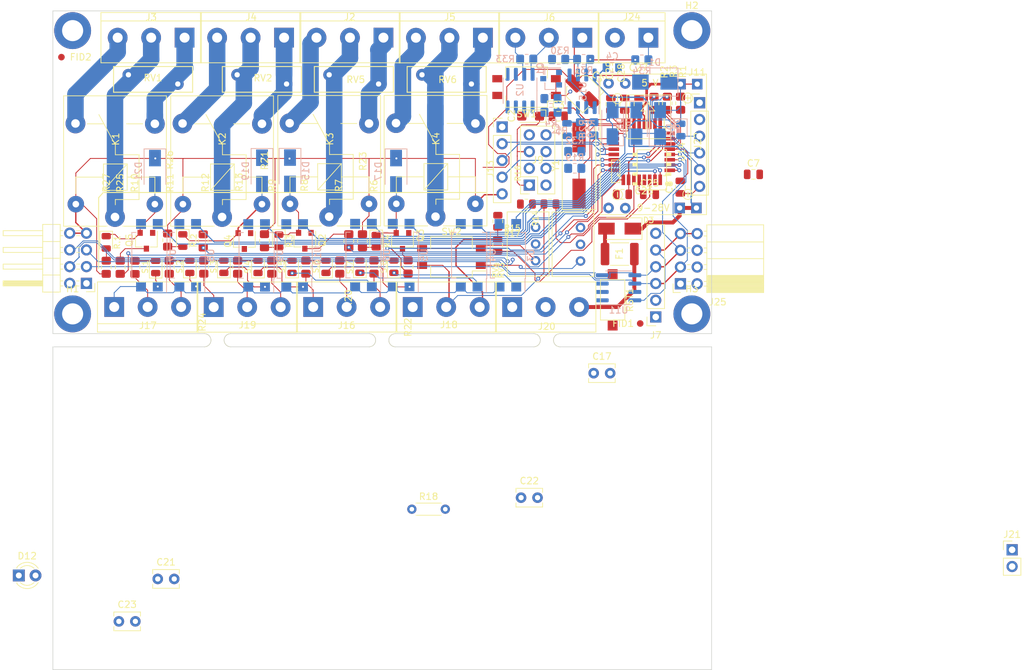
<source format=kicad_pcb>
(kicad_pcb (version 20171130) (host pcbnew "(5.1.9)-1")
  (title_block (date "jeu. 02 avril 2015"))
  (layers (0 Front signal) (1 In1.Cu signal) (2 In2.Cu signal) (31 Back signal) (34 B.Paste user) (35 F.Paste user) (36 B.SilkS user) (37 F.SilkS user) (38 B.Mask user hide) (39 F.Mask user) (44 Edge.Cuts user))
  (net 0 "")
  (net 1 GND)
  (net 2 +5V)
  (net 3 GNDA)
  (net 4 "Net-(D2-Pad2)")
  (net 5 "Net-(D3-Pad2)")
  (net 6 "Net-(D4-Pad2)")
  (net 7 "Net-(D5-Pad2)")
  (net 8 RX1)
  (net 9 A3)
  (net 10 A2)
  (net 11 A1)
  (net 12 A0)
  (net 13 "Net-(D12-Pad2)")
  (net 14 S2)
  (net 15 S1)
  (net 16 S5)
  (net 17 S4)
  (net 18 S3)
  (net 19 S8)
  (net 20 S7)
  (net 21 S6)
  (net 22 A6)
  (net 23 A7)
  (net 24 INA1)
  (net 25 INA2)
  (net 26 A5)
  (net 27 A4)
  (net 28 "Net-(Q1-Pad3)")
  (net 29 TX)
  (net 30 RX)
  (net 31 "Net-(Q1-Pad2)")
  (net 32 A)
  (net 33 B)
  (net 34 V)
  (net 35 "Net-(C1-Pad1)")
  (net 36 "Net-(C8-Pad1)")
  (net 37 "Net-(J11-Pad5)")
  (net 38 "Net-(J11-Pad4)")
  (net 39 "Net-(C25-Pad1)")
  (net 40 RESET)
  (net 41 D13)
  (net 42 D12)
  (net 43 D11)
  (net 44 D9)
  (net 45 D6)
  (net 46 X2)
  (net 47 X1)
  (net 48 "Net-(J9-Pad6)")
  (net 49 "Net-(J9-Pad4)")
  (net 50 "Net-(Q2-Pad3)")
  (net 51 "Net-(Q3-Pad3)")
  (net 52 "Net-(Q4-Pad3)")
  (net 53 "Net-(Q5-Pad3)")
  (net 54 "Net-(U15-Pad1)")
  (net 55 "Net-(R30-Pad2)")
  (net 56 "Net-(R31-Pad2)")
  (net 57 "Net-(RV3-Pad1)")
  (net 58 "Net-(RV4-Pad1)")
  (net 59 "Net-(J2-Pad3)")
  (net 60 "Net-(J2-Pad2)")
  (net 61 "Net-(J2-Pad1)")
  (net 62 "Net-(J3-Pad3)")
  (net 63 "Net-(J3-Pad2)")
  (net 64 "Net-(J3-Pad1)")
  (net 65 "Net-(J4-Pad3)")
  (net 66 "Net-(J4-Pad2)")
  (net 67 "Net-(J4-Pad1)")
  (net 68 "Net-(J5-Pad3)")
  (net 69 "Net-(J5-Pad2)")
  (net 70 "Net-(J5-Pad1)")
  (net 71 "Net-(R6-Pad2)")
  (net 72 "Net-(R7-Pad2)")
  (net 73 "Net-(R8-Pad2)")
  (net 74 "Net-(R9-Pad2)")
  (net 75 "Net-(R10-Pad2)")
  (net 76 "Net-(R11-Pad2)")
  (net 77 "Net-(R12-Pad2)")
  (net 78 "Net-(R13-Pad2)")
  (net 79 "Net-(D17-Pad2)")
  (net 80 "Net-(R.4-Pad2)")
  (net 81 "Net-(D15-Pad2)")
  (net 82 "Net-(D19-Pad2)")
  (net 83 "Net-(D21-Pad2)")
  (net 84 "Net-(R.3-Pad2)")
  (net 85 "Net-(R.2-Pad2)")
  (net 86 "Net-(R.1-Pad2)")
  (net 87 "Net-(S.3-Pad1)")
  (net 88 "Net-(S.4-Pad1)")
  (net 89 "Net-(S.5-Pad1)")
  (net 90 "Net-(S.1-Pad1)")
  (net 91 "Net-(S.7-Pad1)")
  (net 92 "Net-(S.8-Pad1)")
  (net 93 "Net-(S.6-Pad1)")
  (net 94 "Net-(S.2-Pad1)")
  (net 95 +3V3)
  (net 96 AO)
  (net 97 D2)
  (net 98 D10)
  (net 99 D8)
  (net 100 D7)
  (net 101 D5)
  (net 102 D4)
  (net 103 D3)
  (net 104 Vin)
  (module Capacitor_SMD:C_0805_2012Metric (layer Front) (at 251.575 62.85)
    (fp_text reference C25 (at 0 -1.68) (layer F.SilkS))
    (fp_text value 100n)
    (pad 2 smd roundrect (at 0.95 0) (size 1 1.45) (layers Front F.Paste F.Mask) (net 1 GND))
    (pad 1 smd roundrect (at -0.95 0) (size 1 1.45) (layers Front F.Paste F.Mask) (net 39 "Net-(C25-Pad1)"))
  )
  (module Resistor_SMD:R_0805_2012Metric_Pad1.20x1.40mm_HandSolder (layer Back) (at 250.41 42.44)
    (fp_text reference R34 (at 0 1.65) (layer B.SilkS) (effects (justify mirror)))
    (fp_text value R)
    (pad 1 smd roundrect (at -1 0) (size 1.2 1.4) (layers Back B.Paste B.Mask) (roundrect_rratio 0.208333) (net 56 "Net-(R31-Pad2)"))
    (pad 2 smd roundrect (at 1 0) (size 1.2 1.4) (layers Back B.Paste B.Mask) (roundrect_rratio 0.208333) (net 96 AO))
  )
  (module Resistor_SMD:R_0805_2012Metric_Pad1.20x1.40mm_HandSolder (layer Back) (at 232.93 42.34 180)
    (fp_text reference R33 (at 3.25 0.03) (layer B.SilkS) (effects (justify mirror)))
    (fp_text value R)
    (pad 2 smd roundrect (at 1 0 180) (size 1.2 1.4) (layers Back B.Paste B.Mask) (roundrect_rratio 0.208333) (net 32 A))
    (pad 1 smd roundrect (at -1 0 180) (size 1.2 1.4) (layers Back B.Paste B.Mask) (roundrect_rratio 0.208333) (net 33 B))
  )
  (module Capacitor_SMD:C_0805_2012Metric (layer Back) (at 245.91 43.57 180)
    (fp_text reference C4 (at 0 1.68) (layer B.SilkS) (effects (justify mirror)))
    (fp_text value 100n)
    (pad 2 smd roundrect (at 0.95 0 180) (size 1 1.45) (layers Back B.Paste B.Mask) (net 104 Vin))
    (pad 1 smd roundrect (at -0.95 0 180) (size 1 1.45) (layers Back B.Paste B.Mask) (net 1 GND))
  )
  (module Resistor_SMD:R_0805_2012Metric_Pad1.20x1.40mm_HandSolder (layer Back) (at 240.225 56.35 180)
    (fp_text reference R32 (at 0 1.65) (layer B.SilkS) (effects (justify mirror)))
    (fp_text value R)
    (pad 2 smd roundrect (at 1 0 180) (size 1.2 1.4) (layers Back B.Paste B.Mask) (roundrect_rratio 0.208333) (net 48 "Net-(J9-Pad6)"))
    (pad 1 smd roundrect (at -1 0 180) (size 1.2 1.4) (layers Back B.Paste B.Mask) (roundrect_rratio 0.208333) (net 26 A5))
  )
  (module Resistor_SMD:R_0805_2012Metric_Pad1.20x1.40mm_HandSolder (layer Back) (at 240.225 58.9 180)
    (fp_text reference R19 (at 0 1.65) (layer B.SilkS) (effects (justify mirror)))
    (fp_text value R)
    (pad 2 smd roundrect (at 1 0 180) (size 1.2 1.4) (layers Back B.Paste B.Mask) (roundrect_rratio 0.208333) (net 49 "Net-(J9-Pad4)"))
    (pad 1 smd roundrect (at -1 0 180) (size 1.2 1.4) (layers Back B.Paste B.Mask) (roundrect_rratio 0.208333) (net 27 A4))
  )
  (module Capacitor_Tantalum_SMD:CP_EIA-3216-10_Kemet-I (layer Front) (at 233.53 50.98 180)
    (fp_text reference C2 (at 2.89 0.04 90) (layer F.SilkS))
    (fp_text value 100u)
    (pad 2 smd roundrect (at 1.35 0 180) (size 1.4 1.35) (layers Front F.Paste F.Mask) (roundrect_rratio 0.185185) (net 1 GND))
    (pad 1 smd roundrect (at -1.35 0 180) (size 1.4 1.35) (layers Front F.Paste F.Mask) (roundrect_rratio 0.185185) (net 95 +3V3))
  )
  (module Connector_PinSocket_2.54mm:PinSocket_2x04_P2.54mm_Vertical (layer Front) (at 233.325 61.45 180)
    (fp_text reference J9 (at -1.295 3.815) (layer F.SilkS))
    (fp_text value ESP8266)
    (pad 8 thru_hole oval (at -2.54 7.62 180) (size 1.7 1.7) (drill 1) (layers *.Cu *.Mask) (net 1 GND))
    (pad 7 thru_hole oval (at 0 7.62 180) (size 1.7 1.7) (drill 1) (layers *.Cu *.Mask))
    (pad 6 thru_hole oval (at -2.54 5.08 180) (size 1.7 1.7) (drill 1) (layers *.Cu *.Mask) (net 48 "Net-(J9-Pad6)"))
    (pad 5 thru_hole oval (at 0 5.08 180) (size 1.7 1.7) (drill 1) (layers *.Cu *.Mask) (net 95 +3V3))
    (pad 4 thru_hole oval (at -2.54 2.54 180) (size 1.7 1.7) (drill 1) (layers *.Cu *.Mask) (net 49 "Net-(J9-Pad4)"))
    (pad 3 thru_hole oval (at 0 2.54 180) (size 1.7 1.7) (drill 1) (layers *.Cu *.Mask))
    (pad 2 thru_hole oval (at -2.54 0 180) (size 1.7 1.7) (drill 1) (layers *.Cu *.Mask))
    (pad 1 thru_hole rect (at 0 0 180) (size 1.7 1.7) (drill 1) (layers *.Cu *.Mask) (net 95 +3V3))
  )
  (module Diode_SMD:D_SMA (layer Back) (at 253.175 52.1 90)
    (fp_text reference D6 (at 0 2.5 90) (layer B.SilkS) (effects (justify mirror)))
    (fp_text value TS4148)
    (pad 2 smd rect (at 2 0 90) (size 2.5 1.8) (layers Back B.Paste B.Mask) (net 2 +5V))
    (pad 1 smd rect (at -2 0 90) (size 2.5 1.8) (layers Back B.Paste B.Mask) (net 7 "Net-(D5-Pad2)"))
  )
  (module Diode_SMD:D_SMA (layer Back) (at 249.59 52.1 270)
    (fp_text reference D5 (at 0 2.5 90) (layer B.SilkS) (effects (justify mirror)))
    (fp_text value TS4148)
    (pad 2 smd rect (at 2 0 270) (size 2.5 1.8) (layers Back B.Paste B.Mask) (net 7 "Net-(D5-Pad2)"))
    (pad 1 smd rect (at -2 0 270) (size 2.5 1.8) (layers Back B.Paste B.Mask) (net 6 "Net-(D4-Pad2)"))
  )
  (module Diode_SMD:D_SMA (layer Back) (at 245.975 52.075 90)
    (fp_text reference D4 (at 0 2.5 90) (layer B.SilkS) (effects (justify mirror)))
    (fp_text value TS4148)
    (pad 2 smd rect (at 2 0 90) (size 2.5 1.8) (layers Back B.Paste B.Mask) (net 6 "Net-(D4-Pad2)"))
    (pad 1 smd rect (at -2 0 90) (size 2.5 1.8) (layers Back B.Paste B.Mask) (net 95 +3V3))
  )
  (module Capacitor_SMD:C_0805_2012Metric (layer Front) (at 237.73 51)
    (fp_text reference C3 (at 0 -1.68) (layer F.SilkS))
    (fp_text value 100n)
    (pad 2 smd roundrect (at 0.95 0) (size 1 1.45) (layers Front F.Paste F.Mask) (net 1 GND))
    (pad 1 smd roundrect (at -0.95 0) (size 1 1.45) (layers Front F.Paste F.Mask) (net 95 +3V3))
  )
  (module Diode_SMD:D_SMA (layer Back) (at 176.5 59.35 270)
    (fp_text reference D21 (at 0 2.5 90) (layer B.SilkS) (effects (justify mirror)))
    (fp_text value TS4148)
    (pad 2 smd rect (at 2 0 270) (size 2.5 1.8) (layers Back B.Paste B.Mask) (net 83 "Net-(D21-Pad2)"))
    (pad 1 smd rect (at -2 0 270) (size 2.5 1.8) (layers Back B.Paste B.Mask) (net 2 +5V))
  )
  (module Diode_SMD:D_SMA (layer Back) (at 192.75 59.3 270)
    (fp_text reference D19 (at 0 2.5 90) (layer B.SilkS) (effects (justify mirror)))
    (fp_text value TS4148)
    (pad 2 smd rect (at 2 0 270) (size 2.5 1.8) (layers Back B.Paste B.Mask) (net 82 "Net-(D19-Pad2)"))
    (pad 1 smd rect (at -2 0 270) (size 2.5 1.8) (layers Back B.Paste B.Mask) (net 2 +5V))
  )
  (module Diode_SMD:D_SMA (layer Back) (at 213.1 59.35 270)
    (fp_text reference D17 (at 0 2.69 90) (layer B.SilkS) (effects (justify mirror)))
    (fp_text value TS4148)
    (pad 2 smd rect (at 2 0 270) (size 2.5 1.8) (layers Back B.Paste B.Mask) (net 79 "Net-(D17-Pad2)"))
    (pad 1 smd rect (at -2 0 270) (size 2.5 1.8) (layers Back B.Paste B.Mask) (net 2 +5V))
  )
  (module Diode_SMD:D_SMA (layer Back) (at 197 59.275 270)
    (fp_text reference D15 (at -0.005 -2.4 90) (layer B.SilkS) (effects (justify mirror)))
    (fp_text value TS4148)
    (pad 2 smd rect (at 2 0 270) (size 2.5 1.8) (layers Back B.Paste B.Mask) (net 81 "Net-(D15-Pad2)"))
    (pad 1 smd rect (at -2 0 270) (size 2.5 1.8) (layers Back B.Paste B.Mask) (net 2 +5V))
  )
  (module Capacitor_SMD:C_0805_2012Metric (layer Back) (at 239.05 53.025 270)
    (fp_text reference C1 (at 0 1.68 270) (layer B.SilkS) (effects (justify mirror)))
    (fp_text value C_Small)
    (pad 2 smd roundrect (at 0.95 0 270) (size 1 1.45) (layers Back B.Paste B.Mask) (net 1 GND))
    (pad 1 smd roundrect (at -0.95 0 270) (size 1 1.45) (layers Back B.Paste B.Mask) (net 35 "Net-(C1-Pad1)"))
  )
  (module Capacitor_SMD:CP_Elec_4x5.8 (layer Front) (at 241.432792 47.292792 315)
    (fp_text reference C5 (at 0 -3.2 135) (layer F.SilkS))
    (fp_text value 100u)
    (pad 2 smd roundrect (at 1.8 0 315) (size 2.6 1.6) (layers Front F.Paste F.Mask) (roundrect_rratio 0.15625) (net 1 GND))
    (pad 1 smd roundrect (at -1.8 0 315) (size 2.6 1.6) (layers Front F.Paste F.Mask) (roundrect_rratio 0.15625) (net 2 +5V))
  )
  (module Diode_SMD:D_SMA (layer Front) (at 247.04 68.06 180)
    (fp_text reference D3 (at -4.385 1.285 180) (layer F.SilkS) (effects (font (size 0.85 0.85))))
    (fp_text value 1N4007)
    (pad 2 smd rect (at 2 0 180) (size 2.5 1.8) (layers Front F.Paste F.Mask) (net 5 "Net-(D3-Pad2)"))
    (pad 1 smd rect (at -2 0 180) (size 2.5 1.8) (layers Front F.Paste F.Mask) (net 104 Vin))
  )
  (module Fuse:Fuse_1812_4532Metric_Pad1.30x3.40mm_HandSolder (layer Front) (at 247.045 71.92)
    (fp_text reference F1 (at -0.045 -0.045 90) (layer F.SilkS))
    (fp_text value Polyfuse_Small)
    (pad 2 smd roundrect (at 2.225 0) (size 1.3 3.4) (layers Front F.Paste F.Mask) (roundrect_rratio 0.192308) (net 34 V))
    (pad 1 smd roundrect (at -2.225 0) (size 1.3 3.4) (layers Front F.Paste F.Mask) (roundrect_rratio 0.192308) (net 5 "Net-(D3-Pad2)"))
  )
  (module Connector_PinSocket_2.54mm:PinSocket_1x06_P2.54mm_Vertical (layer Front) (at 252.52 81.47 180)
    (fp_text reference J7 (at 0 -2.77) (layer F.SilkS))
    (fp_text value Conn_01x06)
    (pad 6 thru_hole oval (at 0 12.7 180) (size 1.7 1.7) (drill 1) (layers *.Cu *.Mask) (net 1 GND))
    (pad 5 thru_hole oval (at 0 10.16 180) (size 1.7 1.7) (drill 1) (layers *.Cu *.Mask) (net 2 +5V))
    (pad 4 thru_hole oval (at 0 7.62 180) (size 1.7 1.7) (drill 1) (layers *.Cu *.Mask) (net 27 A4))
    (pad 3 thru_hole oval (at 0 5.08 180) (size 1.7 1.7) (drill 1) (layers *.Cu *.Mask) (net 26 A5))
    (pad 2 thru_hole oval (at 0 2.54 180) (size 1.7 1.7) (drill 1) (layers *.Cu *.Mask))
    (pad 1 thru_hole rect (at 0 0 180) (size 1.7 1.7) (drill 1) (layers *.Cu *.Mask))
  )
  (module Button_Switch_SMD:SW_SPST_CK_RS282G05A3 (layer Front) (at 245.975 78.875 270)
    (fp_text reference RST1 (at 0 -2.6 90) (layer F.SilkS))
    (fp_text value SW_Push)
    (pad 2 smd rect (at 3.9 0 270) (size 1.5 1.5) (layers Front F.Paste F.Mask))
    (pad 1 smd rect (at -3.9 0 270) (size 1.5 1.5) (layers Front F.Paste F.Mask))
  )
  (module Capacitor_SMD:C_0805_2012Metric (layer Front) (at 267.35 59.82)
    (fp_text reference C7 (at 0 -1.68) (layer F.SilkS))
    (fp_text value 10n)
    (pad 2 smd roundrect (at 0.95 0) (size 1 1.45) (layers Front F.Paste F.Mask) (net 1 GND))
    (pad 1 smd roundrect (at -0.95 0) (size 1 1.45) (layers Front F.Paste F.Mask) (net 40 RESET))
  )
  (module Resistor_SMD:R_0805_2012Metric_Pad1.20x1.40mm_HandSolder (layer Front) (at 254.28 49.03 270)
    (fp_text reference R3 (at -4.85 -0.96 90) (layer F.SilkS))
    (fp_text value 1k)
    (pad 2 smd roundrect (at 1 0 270) (size 1.2 1.4) (layers Front F.Paste F.Mask) (roundrect_rratio 0.208333) (net 30 RX))
    (pad 1 smd roundrect (at -1 0 270) (size 1.2 1.4) (layers Front F.Paste F.Mask) (roundrect_rratio 0.208333) (net 38 "Net-(J11-Pad4)"))
  )
  (module Resistor_SMD:R_0805_2012Metric_Pad1.20x1.40mm_HandSolder (layer Front) (at 252.26 49.04 270)
    (fp_text reference R2 (at -4.76 -1.55 90) (layer F.SilkS))
    (fp_text value 1k)
    (pad 2 smd roundrect (at 1 0 270) (size 1.2 1.4) (layers Front F.Paste F.Mask) (roundrect_rratio 0.208333) (net 29 TX))
    (pad 1 smd roundrect (at -1 0 270) (size 1.2 1.4) (layers Front F.Paste F.Mask) (roundrect_rratio 0.208333) (net 37 "Net-(J11-Pad5)"))
  )
  (module Resistor_SMD:R_0805_2012Metric_Pad1.20x1.40mm_HandSolder (layer Front) (at 256.29 49.02 270)
    (fp_text reference R1 (at -4.79 -0.32 90) (layer F.SilkS))
    (fp_text value 1k)
    (pad 2 smd roundrect (at 1 0 270) (size 1.2 1.4) (layers Front F.Paste F.Mask) (roundrect_rratio 0.208333) (net 40 RESET))
    (pad 1 smd roundrect (at -1 0 270) (size 1.2 1.4) (layers Front F.Paste F.Mask) (roundrect_rratio 0.208333) (net 2 +5V))
  )
  (module Diode_SMD:D_SMB (layer Back) (at 252.34 45.81 180)
    (fp_text reference D1 (at 0 3 180) (layer B.SilkS) (effects (justify mirror)))
    (fp_text value 1N4007)
    (pad 2 smd rect (at 2.15 0 180) (size 2.5 2.3) (layers Back B.Paste B.Mask) (net 1 GND))
    (pad 1 smd rect (at -2.15 0 180) (size 2.5 2.3) (layers Back B.Paste B.Mask) (net 2 +5V))
  )
  (module Resistor_SMD:R_0805_2012Metric_Pad1.20x1.40mm_HandSolder (layer Back) (at 241.58 42.37)
    (fp_text reference R31 (at 0 1.65) (layer B.SilkS) (effects (justify mirror)))
    (fp_text value R)
    (pad 2 smd roundrect (at 1 0) (size 1.2 1.4) (layers Back B.Paste B.Mask) (roundrect_rratio 0.208333) (net 56 "Net-(R31-Pad2)"))
    (pad 1 smd roundrect (at -1 0) (size 1.2 1.4) (layers Back B.Paste B.Mask) (roundrect_rratio 0.208333) (net 55 "Net-(R30-Pad2)"))
  )
  (module Resistor_SMD:R_0805_2012Metric_Pad1.20x1.40mm_HandSolder (layer Back) (at 237.78 42.37)
    (fp_text reference R30 (at 0.21 -1.33) (layer B.SilkS) (effects (justify mirror)))
    (fp_text value R)
    (pad 2 smd roundrect (at 1 0) (size 1.2 1.4) (layers Back B.Paste B.Mask) (roundrect_rratio 0.208333) (net 55 "Net-(R30-Pad2)"))
    (pad 1 smd roundrect (at -1 0) (size 1.2 1.4) (layers Back B.Paste B.Mask) (roundrect_rratio 0.208333) (net 1 GND))
  )
  (module Resistor_SMD:R_0805_2012Metric_Pad1.20x1.40mm_HandSolder (layer Back) (at 241.1 52.9 90)
    (fp_text reference R29 (at 0 1.65 90) (layer B.SilkS) (effects (justify mirror)))
    (fp_text value R)
    (pad 2 smd roundrect (at 1 0 90) (size 1.2 1.4) (layers Back B.Paste B.Mask) (roundrect_rratio 0.208333) (net 35 "Net-(C1-Pad1)"))
    (pad 1 smd roundrect (at -1 0 90) (size 1.2 1.4) (layers Back B.Paste B.Mask) (roundrect_rratio 0.208333) (net 1 GND))
  )
  (module Resistor_SMD:R_0805_2012Metric_Pad1.20x1.40mm_HandSolder (layer Back) (at 243.125 52.9 270)
    (fp_text reference R28 (at 0 1.65 270) (layer B.SilkS) (effects (justify mirror)))
    (fp_text value R)
    (pad 2 smd roundrect (at 1 0 270) (size 1.2 1.4) (layers Back B.Paste B.Mask) (roundrect_rratio 0.208333) (net 44 D9))
    (pad 1 smd roundrect (at -1 0 270) (size 1.2 1.4) (layers Back B.Paste B.Mask) (roundrect_rratio 0.208333) (net 35 "Net-(C1-Pad1)"))
  )
  (module Connector_PinSocket_2.54mm:PinSocket_2x04_P2.54mm_Horizontal (layer Front) (at 256.27 76.43 180)
    (fp_text reference J25 (at -5.65 -2.77) (layer F.SilkS))
    (fp_text value Conn_02x04_Odd_Even)
    (pad 8 thru_hole oval (at -2.54 7.62 180) (size 1.7 1.7) (drill 1) (layers *.Cu *.Mask) (net 2 +5V))
    (pad 7 thru_hole oval (at 0 7.62 180) (size 1.7 1.7) (drill 1) (layers *.Cu *.Mask) (net 2 +5V))
    (pad 6 thru_hole oval (at -2.54 5.08 180) (size 1.7 1.7) (drill 1) (layers *.Cu *.Mask) (net 33 B))
    (pad 5 thru_hole oval (at 0 5.08 180) (size 1.7 1.7) (drill 1) (layers *.Cu *.Mask) (net 27 A4))
    (pad 4 thru_hole oval (at -2.54 2.54 180) (size 1.7 1.7) (drill 1) (layers *.Cu *.Mask) (net 32 A))
    (pad 3 thru_hole oval (at 0 2.54 180) (size 1.7 1.7) (drill 1) (layers *.Cu *.Mask) (net 26 A5))
    (pad 2 thru_hole oval (at -2.54 0 180) (size 1.7 1.7) (drill 1) (layers *.Cu *.Mask) (net 1 GND))
    (pad 1 thru_hole rect (at 0 0 180) (size 1.7 1.7) (drill 1) (layers *.Cu *.Mask) (net 1 GND))
  )
  (module Connector_PinHeader_2.54mm:PinHeader_1x05_P2.54mm_Vertical (layer Front) (at 229.2 52.63)
    (fp_text reference J13 (at -1.79 6.37 90) (layer F.SilkS))
    (fp_text value Conn_01x05)
    (pad 5 thru_hole oval (at 0 10.16) (size 1.7 1.7) (drill 1) (layers *.Cu *.Mask) (net 2 +5V))
    (pad 4 thru_hole oval (at 0 7.62) (size 1.7 1.7) (drill 1) (layers *.Cu *.Mask) (net 98 D10))
    (pad 3 thru_hole oval (at 0 5.08) (size 1.7 1.7) (drill 1) (layers *.Cu *.Mask) (net 99 D8))
    (pad 2 thru_hole oval (at 0 2.54) (size 1.7 1.7) (drill 1) (layers *.Cu *.Mask) (net 100 D7))
    (pad 1 thru_hole rect (at 0 0) (size 1.7 1.7) (drill 1) (layers *.Cu *.Mask) (net 1 GND))
  )
  (module Varistor:RV_Disc_D12mm_W3.9mm_P7.5mm (layer Front) (at 217.036 44.704)
    (fp_text reference RV6 (at 3.884 0.736) (layer F.SilkS))
    (fp_text value Varistor)
    (pad 2 thru_hole circle (at 7.5 1.4) (size 1.8 1.8) (drill 0.8) (layers *.Cu *.Mask) (net 70 "Net-(J5-Pad1)"))
    (pad 1 thru_hole circle (at 0 0) (size 1.8 1.8) (drill 0.8) (layers *.Cu *.Mask) (net 69 "Net-(J5-Pad2)"))
  )
  (module Varistor:RV_Disc_D12mm_W3.9mm_P7.5mm (layer Front) (at 202.946 44.704)
    (fp_text reference RV5 (at 4.034 0.736) (layer F.SilkS))
    (fp_text value Varistor)
    (pad 2 thru_hole circle (at 7.5 1.4) (size 1.8 1.8) (drill 0.8) (layers *.Cu *.Mask) (net 61 "Net-(J2-Pad1)"))
    (pad 1 thru_hole circle (at 0 0) (size 1.8 1.8) (drill 0.8) (layers *.Cu *.Mask) (net 60 "Net-(J2-Pad2)"))
  )
  (module Connector_PinHeader_2.54mm:PinHeader_2x04_P2.54mm_Horizontal (layer Front) (at 166.1 76.37 180)
    (fp_text reference J26 hide)
    (fp_text value Conn_02x04_Odd_Even)
    (pad 8 thru_hole oval (at 2.54 7.62 180) (size 1.7 1.7) (drill 1) (layers *.Cu *.Mask) (net 2 +5V))
    (pad 7 thru_hole oval (at 0 7.62 180) (size 1.7 1.7) (drill 1) (layers *.Cu *.Mask) (net 2 +5V))
    (pad 6 thru_hole oval (at 2.54 5.08 180) (size 1.7 1.7) (drill 1) (layers *.Cu *.Mask) (net 33 B))
    (pad 5 thru_hole oval (at 0 5.08 180) (size 1.7 1.7) (drill 1) (layers *.Cu *.Mask) (net 27 A4))
    (pad 4 thru_hole oval (at 2.54 2.54 180) (size 1.7 1.7) (drill 1) (layers *.Cu *.Mask) (net 32 A))
    (pad 3 thru_hole oval (at 0 2.54 180) (size 1.7 1.7) (drill 1) (layers *.Cu *.Mask) (net 26 A5))
    (pad 2 thru_hole oval (at 2.54 0 180) (size 1.7 1.7) (drill 1) (layers *.Cu *.Mask) (net 1 GND))
    (pad 1 thru_hole rect (at 0 0 180) (size 1.7 1.7) (drill 1) (layers *.Cu *.Mask) (net 1 GND))
  )
  (module TerminalBlock:TerminalBlock_bornier-2_P5.08mm (layer Front) (at 251.4 39.08 180)
    (fp_text reference J24 (at 2.51 3.17) (layer F.SilkS))
    (fp_text value Conn_01x02)
    (pad 2 thru_hole circle (at 5.08 0 180) (size 3 3) (drill 1.52) (layers *.Cu *.Mask))
    (pad 1 thru_hole rect (at 0 0 180) (size 3 3) (drill 1.52) (layers *.Cu *.Mask) (net 96 AO))
  )
  (module TerminalBlock:TerminalBlock_bornier-3_P5.08mm (layer Front) (at 241.37 39.08 180)
    (fp_text reference J6 (at 4.98 3.09) (layer F.SilkS))
    (fp_text value Conn_01x03)
    (pad 3 thru_hole circle (at 10.16 0 180) (size 3 3) (drill 1.52) (layers *.Cu *.Mask) (net 32 A))
    (pad 2 thru_hole circle (at 5.08 0 180) (size 3 3) (drill 1.52) (layers *.Cu *.Mask) (net 33 B))
    (pad 1 thru_hole rect (at 0 0 180) (size 3 3) (drill 1.52) (layers *.Cu *.Mask) (net 2 +5V))
  )
  (module TerminalBlock:TerminalBlock_bornier-3_P5.08mm (layer Front) (at 226.28 39.08 180)
    (fp_text reference J5 (at 5.01 3.14) (layer F.SilkS))
    (fp_text value Conn_01x03)
    (pad 3 thru_hole circle (at 10.16 0 180) (size 3 3) (drill 1.52) (layers *.Cu *.Mask) (net 68 "Net-(J5-Pad3)"))
    (pad 2 thru_hole circle (at 5.08 0 180) (size 3 3) (drill 1.52) (layers *.Cu *.Mask) (net 69 "Net-(J5-Pad2)"))
    (pad 1 thru_hole rect (at 0 0 180) (size 3 3) (drill 1.52) (layers *.Cu *.Mask) (net 70 "Net-(J5-Pad1)"))
  )
  (module TerminalBlock:TerminalBlock_bornier-3_P5.08mm (layer Front) (at 196.1 39.07 180)
    (fp_text reference J4 (at 5 3.12) (layer F.SilkS))
    (fp_text value Conn_01x03)
    (pad 3 thru_hole circle (at 10.16 0 180) (size 3 3) (drill 1.52) (layers *.Cu *.Mask) (net 65 "Net-(J4-Pad3)"))
    (pad 2 thru_hole circle (at 5.08 0 180) (size 3 3) (drill 1.52) (layers *.Cu *.Mask) (net 66 "Net-(J4-Pad2)"))
    (pad 1 thru_hole rect (at 0 0 180) (size 3 3) (drill 1.52) (layers *.Cu *.Mask) (net 67 "Net-(J4-Pad1)"))
  )
  (module TerminalBlock:TerminalBlock_bornier-3_P5.08mm (layer Front) (at 181 39.07 180)
    (fp_text reference J3 (at 5.075 3.095) (layer F.SilkS))
    (fp_text value Conn_01x03)
    (pad 3 thru_hole circle (at 10.16 0 180) (size 3 3) (drill 1.52) (layers *.Cu *.Mask) (net 62 "Net-(J3-Pad3)"))
    (pad 2 thru_hole circle (at 5.08 0 180) (size 3 3) (drill 1.52) (layers *.Cu *.Mask) (net 63 "Net-(J3-Pad2)"))
    (pad 1 thru_hole rect (at 0 0 180) (size 3 3) (drill 1.52) (layers *.Cu *.Mask) (net 64 "Net-(J3-Pad1)"))
  )
  (module TerminalBlock:TerminalBlock_bornier-3_P5.08mm (layer Front) (at 211.18 39.07 180)
    (fp_text reference J2 (at 5.12 3.13) (layer F.SilkS))
    (fp_text value Conn_01x03)
    (pad 3 thru_hole circle (at 10.16 0 180) (size 3 3) (drill 1.52) (layers *.Cu *.Mask) (net 59 "Net-(J2-Pad3)"))
    (pad 2 thru_hole circle (at 5.08 0 180) (size 3 3) (drill 1.52) (layers *.Cu *.Mask) (net 60 "Net-(J2-Pad2)"))
    (pad 1 thru_hole rect (at 0 0 180) (size 3 3) (drill 1.52) (layers *.Cu *.Mask) (net 61 "Net-(J2-Pad1)"))
  )
  (module TerminalBlock:TerminalBlock_bornier-3_P5.08mm (layer Front) (at 230.73 79.96)
    (fp_text reference J20 (at 5.245 2.965) (layer F.SilkS))
    (fp_text value Conn_01x03)
    (pad 3 thru_hole circle (at 10.16 0) (size 3 3) (drill 1.52) (layers *.Cu *.Mask) (net 34 V))
    (pad 2 thru_hole circle (at 5.08 0) (size 3 3) (drill 1.52) (layers *.Cu *.Mask) (net 1 GND))
    (pad 1 thru_hole rect (at 0 0) (size 3 3) (drill 1.52) (layers *.Cu *.Mask) (net 1 GND))
  )
  (module TerminalBlock:TerminalBlock_bornier-3_P5.08mm (layer Front) (at 185.42 79.97)
    (fp_text reference J19 (at 5.13 2.73) (layer F.SilkS))
    (fp_text value Conn_01x03)
    (pad 3 thru_hole circle (at 10.16 0) (size 3 3) (drill 1.52) (layers *.Cu *.Mask) (net 16 S5))
    (pad 2 thru_hole circle (at 5.08 0) (size 3 3) (drill 1.52) (layers *.Cu *.Mask) (net 17 S4))
    (pad 1 thru_hole rect (at 0 0) (size 3 3) (drill 1.52) (layers *.Cu *.Mask) (net 18 S3))
  )
  (module TerminalBlock:TerminalBlock_bornier-3_P5.08mm (layer Front) (at 215.63 79.96)
    (fp_text reference J18 (at 5.495 2.69) (layer F.SilkS))
    (fp_text value Conn_01x03)
    (pad 3 thru_hole circle (at 10.16 0) (size 3 3) (drill 1.52) (layers *.Cu *.Mask) (net 25 INA2))
    (pad 2 thru_hole circle (at 5.08 0) (size 3 3) (drill 1.52) (layers *.Cu *.Mask) (net 24 INA1))
    (pad 1 thru_hole rect (at 0 0) (size 3 3) (drill 1.52) (layers *.Cu *.Mask) (net 1 GND))
  )
  (module TerminalBlock:TerminalBlock_bornier-3_P5.08mm (layer Front) (at 170.31 79.95)
    (fp_text reference J17 (at 5.115 2.825) (layer F.SilkS))
    (fp_text value Conn_01x03)
    (pad 3 thru_hole circle (at 10.16 0) (size 3 3) (drill 1.52) (layers *.Cu *.Mask) (net 14 S2))
    (pad 2 thru_hole circle (at 5.08 0) (size 3 3) (drill 1.52) (layers *.Cu *.Mask) (net 15 S1))
    (pad 1 thru_hole rect (at 0 0) (size 3 3) (drill 1.52) (layers *.Cu *.Mask) (net 3 GNDA))
  )
  (module TerminalBlock:TerminalBlock_bornier-3_P5.08mm (layer Front) (at 200.52 79.95)
    (fp_text reference J16 (at 5.08 2.8) (layer F.SilkS))
    (fp_text value Conn_01x03)
    (pad 3 thru_hole circle (at 10.16 0) (size 3 3) (drill 1.52) (layers *.Cu *.Mask) (net 19 S8))
    (pad 2 thru_hole circle (at 5.08 0) (size 3 3) (drill 1.52) (layers *.Cu *.Mask) (net 20 S7))
    (pad 1 thru_hole rect (at 0 0) (size 3 3) (drill 1.52) (layers *.Cu *.Mask) (net 21 S6))
  )
  (module Package_SO:SOIC-8_3.9x4.9mm_P1.27mm (layer Back) (at 241.34 47.21 90)
    (fp_text reference U15 (at 0.01 0.13 90) (layer B.SilkS) (effects (justify mirror)))
    (fp_text value LM358)
    (pad 8 smd roundrect (at 2.475 1.905 90) (size 1.95 0.6) (layers Back B.Paste B.Mask) (net 104 Vin))
    (pad 7 smd roundrect (at 2.475 0.635 90) (size 1.95 0.6) (layers Back B.Paste B.Mask) (net 56 "Net-(R31-Pad2)"))
    (pad 6 smd roundrect (at 2.475 -0.635 90) (size 1.95 0.6) (layers Back B.Paste B.Mask) (net 55 "Net-(R30-Pad2)"))
    (pad 5 smd roundrect (at 2.475 -1.905 90) (size 1.95 0.6) (layers Back B.Paste B.Mask) (net 54 "Net-(U15-Pad1)"))
    (pad 4 smd roundrect (at -2.475 -1.905 90) (size 1.95 0.6) (layers Back B.Paste B.Mask) (net 1 GND))
    (pad 3 smd roundrect (at -2.475 -0.635 90) (size 1.95 0.6) (layers Back B.Paste B.Mask) (net 35 "Net-(C1-Pad1)"))
    (pad 2 smd roundrect (at -2.475 0.635 90) (size 1.95 0.6) (layers Back B.Paste B.Mask) (net 54 "Net-(U15-Pad1)"))
    (pad 1 smd roundrect (at -2.475 1.905 90) (size 1.95 0.6) (layers Back B.Paste B.Mask) (net 54 "Net-(U15-Pad1)"))
  )
  (module Resistor_SMD:R_0805_2012Metric_Pad1.20x1.40mm_HandSolder (layer Front) (at 169.1 73.925 270)
    (fp_text reference R27 (at -12.825 -0.025 90) (layer F.SilkS))
    (fp_text value R)
    (pad 2 smd roundrect (at 1 0 270) (size 1.2 1.4) (layers Front F.Paste F.Mask) (roundrect_rratio 0.208333) (net 2 +5V))
    (pad 1 smd roundrect (at -1 0 270) (size 1.2 1.4) (layers Front F.Paste F.Mask) (roundrect_rratio 0.208333) (net 86 "Net-(R.1-Pad2)"))
  )
  (module Resistor_SMD:R_0805_2012Metric_Pad1.20x1.40mm_HandSolder (layer Front) (at 178.425 69.8 90)
    (fp_text reference R26 (at 12.175 0.3 90) (layer F.SilkS))
    (fp_text value R)
    (pad 2 smd roundrect (at 1 0 90) (size 1.2 1.4) (layers Front F.Paste F.Mask) (roundrect_rratio 0.208333) (net 2 +5V))
    (pad 1 smd roundrect (at -1 0 90) (size 1.2 1.4) (layers Front F.Paste F.Mask) (roundrect_rratio 0.208333) (net 85 "Net-(R.2-Pad2)"))
  )
  (module Resistor_SMD:R_0805_2012Metric_Pad1.20x1.40mm_HandSolder (layer Front) (at 171.225 73.925 270)
    (fp_text reference R25 (at -12.8 0 90) (layer F.SilkS))
    (fp_text value R)
    (pad 2 smd roundrect (at 1 0 270) (size 1.2 1.4) (layers Front F.Paste F.Mask) (roundrect_rratio 0.208333) (net 41 D13))
    (pad 1 smd roundrect (at -1 0 270) (size 1.2 1.4) (layers Front F.Paste F.Mask) (roundrect_rratio 0.208333) (net 53 "Net-(Q5-Pad3)"))
  )
  (module Resistor_SMD:R_0805_2012Metric_Pad1.20x1.40mm_HandSolder (layer Front) (at 183.825 69.925 270)
    (fp_text reference R24 (at 12.325 0.15 90) (layer F.SilkS))
    (fp_text value R)
    (pad 2 smd roundrect (at 1 0 270) (size 1.2 1.4) (layers Front F.Paste F.Mask) (roundrect_rratio 0.208333) (net 42 D12))
    (pad 1 smd roundrect (at -1 0 270) (size 1.2 1.4) (layers Front F.Paste F.Mask) (roundrect_rratio 0.208333) (net 52 "Net-(Q4-Pad3)"))
  )
  (module Resistor_SMD:R_0805_2012Metric_Pad1.20x1.40mm_HandSolder (layer Front) (at 208 69.9 90)
    (fp_text reference R23 (at 12.075 0.075 90) (layer F.SilkS))
    (fp_text value R)
    (pad 2 smd roundrect (at 1 0 90) (size 1.2 1.4) (layers Front F.Paste F.Mask) (roundrect_rratio 0.208333) (net 2 +5V))
    (pad 1 smd roundrect (at -1 0 90) (size 1.2 1.4) (layers Front F.Paste F.Mask) (roundrect_rratio 0.208333) (net 80 "Net-(R.4-Pad2)"))
  )
  (module Resistor_SMD:R_0805_2012Metric_Pad1.20x1.40mm_HandSolder (layer Front) (at 214.925 73.875 270)
    (fp_text reference R22 (at 9.16 0.01 90) (layer F.SilkS))
    (fp_text value R)
    (pad 2 smd roundrect (at 1 0 270) (size 1.2 1.4) (layers Front F.Paste F.Mask) (roundrect_rratio 0.208333) (net 45 D6))
    (pad 1 smd roundrect (at -1 0 270) (size 1.2 1.4) (layers Front F.Paste F.Mask) (roundrect_rratio 0.208333) (net 51 "Net-(Q3-Pad3)"))
  )
  (module Package_TO_SOT_SMD:SC-59 (layer Front) (at 175.2 69.9 270)
    (fp_text reference Q5 (at -0.075 2.575 90) (layer F.SilkS))
    (fp_text value 2SC1815)
    (pad 3 smd rect (at 1.2 0 270) (size 0.9 0.8) (layers Front F.Paste F.Mask) (net 53 "Net-(Q5-Pad3)"))
    (pad 2 smd rect (at -1.2 0.95 270) (size 0.9 0.8) (layers Front F.Paste F.Mask) (net 83 "Net-(D21-Pad2)"))
    (pad 1 smd rect (at -1.2 -0.95 270) (size 0.9 0.8) (layers Front F.Paste F.Mask) (net 1 GND))
  )
  (module Package_TO_SOT_SMD:SC-59 (layer Front) (at 190.07 69.94 270)
    (fp_text reference Q4 (at 0 2.47 90) (layer F.SilkS))
    (fp_text value 2SC1815)
    (pad 3 smd rect (at 1.2 0 270) (size 0.9 0.8) (layers Front F.Paste F.Mask) (net 52 "Net-(Q4-Pad3)"))
    (pad 2 smd rect (at -1.2 0.95 270) (size 0.9 0.8) (layers Front F.Paste F.Mask) (net 82 "Net-(D19-Pad2)"))
    (pad 1 smd rect (at -1.2 -0.95 270) (size 0.9 0.8) (layers Front F.Paste F.Mask) (net 1 GND))
  )
  (module Package_TO_SOT_SMD:SC-59 (layer Front) (at 214.075 69.925 270)
    (fp_text reference Q3 (at -0.85 -2.725 270) (layer F.SilkS))
    (fp_text value 2SC1815)
    (pad 3 smd rect (at 1.2 0 270) (size 0.9 0.8) (layers Front F.Paste F.Mask) (net 51 "Net-(Q3-Pad3)"))
    (pad 2 smd rect (at -1.2 0.95 270) (size 0.9 0.8) (layers Front F.Paste F.Mask) (net 79 "Net-(D17-Pad2)"))
    (pad 1 smd rect (at -1.2 -0.95 270) (size 0.9 0.8) (layers Front F.Paste F.Mask) (net 1 GND))
  )
  (module LED_SMD:LED_0805_2012Metric (layer Front) (at 169.1 70.1375 270)
    (fp_text reference R.1 (at 0.0125 -1.675 90) (layer F.SilkS) (effects (font (size 0.85 0.85))))
    (fp_text value LED)
    (pad 2 smd roundrect (at 0.9375 0 270) (size 0.975 1.4) (layers Front F.Paste F.Mask) (net 86 "Net-(R.1-Pad2)"))
    (pad 1 smd roundrect (at -0.9375 0 270) (size 0.975 1.4) (layers Front F.Paste F.Mask) (net 83 "Net-(D21-Pad2)"))
  )
  (module LED_SMD:LED_0805_2012Metric (layer Front) (at 180.725 69.8625 270)
    (fp_text reference R.2 (at 0 -1.65 90) (layer F.SilkS) (effects (font (size 0.85 0.85))))
    (fp_text value LED)
    (pad 2 smd roundrect (at 0.9375 0 270) (size 0.975 1.4) (layers Front F.Paste F.Mask) (net 85 "Net-(R.2-Pad2)"))
    (pad 1 smd roundrect (at -0.9375 0 270) (size 0.975 1.4) (layers Front F.Paste F.Mask) (net 82 "Net-(D19-Pad2)"))
  )
  (module LED_SMD:LED_0805_2012Metric (layer Front) (at 210.075 69.9625 270)
    (fp_text reference R.4 (at 0 -1.65 90) (layer F.SilkS) (effects (font (size 0.85 0.85))))
    (fp_text value LED)
    (pad 2 smd roundrect (at 0.9375 0 270) (size 0.975 1.4) (layers Front F.Paste F.Mask) (net 80 "Net-(R.4-Pad2)"))
    (pad 1 smd roundrect (at -0.9375 0 270) (size 0.975 1.4) (layers Front F.Paste F.Mask) (net 79 "Net-(D17-Pad2)"))
  )
  (module Resistor_SMD:R_0805_2012Metric_Pad1.20x1.40mm_HandSolder (layer Front) (at 193.125 69.9 90)
    (fp_text reference R21 (at 12.175 0.025 90) (layer F.SilkS))
    (fp_text value R)
    (pad 2 smd roundrect (at 1 0 90) (size 1.2 1.4) (layers Front F.Paste F.Mask) (roundrect_rratio 0.208333) (net 2 +5V))
    (pad 1 smd roundrect (at -1 0 90) (size 1.2 1.4) (layers Front F.Paste F.Mask) (roundrect_rratio 0.208333) (net 84 "Net-(R.3-Pad2)"))
  )
  (module Resistor_SMD:R_0805_2012Metric_Pad1.20x1.40mm_HandSolder (layer Front) (at 205.925 69.9 270)
    (fp_text reference R20 (at 8.85 0.05 90) (layer F.SilkS))
    (fp_text value R)
    (pad 2 smd roundrect (at 1 0 270) (size 1.2 1.4) (layers Front F.Paste F.Mask) (roundrect_rratio 0.208333) (net 43 D11))
    (pad 1 smd roundrect (at -1 0 270) (size 1.2 1.4) (layers Front F.Paste F.Mask) (roundrect_rratio 0.208333) (net 50 "Net-(Q2-Pad3)"))
  )
  (module Package_TO_SOT_SMD:SC-59 (layer Front) (at 199.25 69.9 270)
    (fp_text reference Q2 (at -0.075 -2.65 90) (layer F.SilkS))
    (fp_text value 2SC1815)
    (pad 3 smd rect (at 1.2 0 270) (size 0.9 0.8) (layers Front F.Paste F.Mask) (net 50 "Net-(Q2-Pad3)"))
    (pad 2 smd rect (at -1.2 0.95 270) (size 0.9 0.8) (layers Front F.Paste F.Mask) (net 81 "Net-(D15-Pad2)"))
    (pad 1 smd rect (at -1.2 -0.95 270) (size 0.9 0.8) (layers Front F.Paste F.Mask) (net 1 GND))
  )
  (module LED_SMD:LED_0805_2012Metric (layer Front) (at 195.3 69.9125 270)
    (fp_text reference R.3 (at 0 -1.65 90) (layer F.SilkS) (effects (font (size 0.85 0.85))))
    (fp_text value LED)
    (pad 2 smd roundrect (at 0.9375 0 270) (size 0.975 1.4) (layers Front F.Paste F.Mask) (net 84 "Net-(R.3-Pad2)"))
    (pad 1 smd roundrect (at -0.9375 0 270) (size 0.975 1.4) (layers Front F.Paste F.Mask) (net 81 "Net-(D15-Pad2)"))
  )
  (module LED_SMD:LED_0805_2012Metric (layer Front) (at 192.14 73.8525 90)
    (fp_text reference S.4 (at -0.0275 -1.54 270) (layer F.SilkS) (effects (font (size 0.85 0.85))))
    (fp_text value LED)
    (pad 2 smd roundrect (at 0.9375 0 90) (size 0.975 1.4) (layers Front F.Paste F.Mask) (net 78 "Net-(R13-Pad2)"))
    (pad 1 smd roundrect (at -0.9375 0 90) (size 0.975 1.4) (layers Front F.Paste F.Mask) (net 88 "Net-(S.4-Pad1)"))
  )
  (module LED_SMD:LED_0805_2012Metric (layer Front) (at 186.96 73.8375 90)
    (fp_text reference S.3 (at 0.0075 -1.55 270) (layer F.SilkS) (effects (font (size 0.85 0.85))))
    (fp_text value LED)
    (pad 2 smd roundrect (at 0.9375 0 90) (size 0.975 1.4) (layers Front F.Paste F.Mask) (net 77 "Net-(R12-Pad2)"))
    (pad 1 smd roundrect (at -0.9375 0 90) (size 0.975 1.4) (layers Front F.Paste F.Mask) (net 87 "Net-(S.3-Pad1)"))
  )
  (module LED_SMD:LED_0805_2012Metric (layer Front) (at 181.79 73.8475 90)
    (fp_text reference S.2 (at 0.0025 -1.57 270) (layer F.SilkS) (effects (font (size 0.85 0.85))))
    (fp_text value LED)
    (pad 2 smd roundrect (at 0.9375 0 90) (size 0.975 1.4) (layers Front F.Paste F.Mask) (net 76 "Net-(R11-Pad2)"))
    (pad 1 smd roundrect (at -0.9375 0 90) (size 0.975 1.4) (layers Front F.Paste F.Mask) (net 94 "Net-(S.2-Pad1)"))
  )
  (module LED_SMD:LED_0805_2012Metric (layer Front) (at 176.61 73.8725 90)
    (fp_text reference S.1 (at -0.0075 -1.6 270) (layer F.SilkS) (effects (font (size 0.85 0.85))))
    (fp_text value LED)
    (pad 2 smd roundrect (at 0.9375 0 90) (size 0.975 1.4) (layers Front F.Paste F.Mask) (net 75 "Net-(R10-Pad2)"))
    (pad 1 smd roundrect (at -0.9375 0 90) (size 0.975 1.4) (layers Front F.Paste F.Mask) (net 90 "Net-(S.1-Pad1)"))
  )
  (module LED_SMD:LED_0805_2012Metric (layer Front) (at 197.31 73.8425 90)
    (fp_text reference S.5 (at 0.0025 -1.56 270) (layer F.SilkS) (effects (font (size 0.85 0.85))))
    (fp_text value LED)
    (pad 2 smd roundrect (at 0.9375 0 90) (size 0.975 1.4) (layers Front F.Paste F.Mask) (net 74 "Net-(R9-Pad2)"))
    (pad 1 smd roundrect (at -0.9375 0 90) (size 0.975 1.4) (layers Front F.Paste F.Mask) (net 89 "Net-(S.5-Pad1)"))
  )
  (module LED_SMD:LED_0805_2012Metric (layer Front) (at 202.46 73.84 90)
    (fp_text reference S.6 (at 0.03 -1.54 270) (layer F.SilkS) (effects (font (size 0.85 0.85))))
    (fp_text value LED)
    (pad 2 smd roundrect (at 0.9375 0 90) (size 0.975 1.4) (layers Front F.Paste F.Mask) (net 73 "Net-(R8-Pad2)"))
    (pad 1 smd roundrect (at -0.9375 0 90) (size 0.975 1.4) (layers Front F.Paste F.Mask) (net 93 "Net-(S.6-Pad1)"))
  )
  (module LED_SMD:LED_0805_2012Metric (layer Front) (at 207.6 73.8225 90)
    (fp_text reference S.7 (at -0.1275 -1.52 270) (layer F.SilkS) (effects (font (size 0.85 0.85))))
    (fp_text value LED)
    (pad 2 smd roundrect (at 0.9375 0 90) (size 0.975 1.4) (layers Front F.Paste F.Mask) (net 72 "Net-(R7-Pad2)"))
    (pad 1 smd roundrect (at -0.9375 0 90) (size 0.975 1.4) (layers Front F.Paste F.Mask) (net 91 "Net-(S.7-Pad1)"))
  )
  (module LED_SMD:LED_0805_2012Metric (layer Front) (at 212.77 73.8275 90)
    (fp_text reference S.8 (at 0.0125 -1.52 270) (layer F.SilkS) (effects (font (size 0.85 0.85))))
    (fp_text value LED)
    (pad 2 smd roundrect (at 0.9375 0 90) (size 0.975 1.4) (layers Front F.Paste F.Mask) (net 71 "Net-(R6-Pad2)"))
    (pad 1 smd roundrect (at -0.9375 0 90) (size 0.975 1.4) (layers Front F.Paste F.Mask) (net 92 "Net-(S.8-Pad1)"))
  )
  (module Resistor_SMD:R_0805_2012Metric (layer Front) (at 228.525 70.5875 90)
    (fp_text reference R17 (at 1.7425 2.19 180) (layer F.SilkS) (effects (font (size 0.85 0.85))))
    (fp_text value R_Small)
    (pad 2 smd roundrect (at 0.9125 0 90) (size 1.025 1.4) (layers Front F.Paste F.Mask) (roundrect_rratio 0.243902) (net 25 INA2))
    (pad 1 smd roundrect (at -0.9125 0 90) (size 1.025 1.4) (layers Front F.Paste F.Mask) (roundrect_rratio 0.243902) (net 23 A7))
  )
  (module Resistor_SMD:R_0805_2012Metric (layer Front) (at 236.4625 64.33 180)
    (fp_text reference R16 (at 4.8375 4.68 90) (layer F.SilkS) (effects (font (size 0.85 0.85))))
    (fp_text value R_Small)
    (pad 2 smd roundrect (at 0.9125 0 180) (size 1.025 1.4) (layers Front F.Paste F.Mask) (roundrect_rratio 0.243902) (net 24 INA1))
    (pad 1 smd roundrect (at -0.9125 0 180) (size 1.025 1.4) (layers Front F.Paste F.Mask) (roundrect_rratio 0.243902) (net 22 A6))
  )
  (module Resistor_SMD:R_0805_2012Metric (layer Front) (at 228.55 66.9375 90)
    (fp_text reference R15 (at -1.0275 2.2 180) (layer F.SilkS) (effects (font (size 0.85 0.85))))
    (fp_text value R_Small)
    (pad 2 smd roundrect (at 0.9125 0 90) (size 1.025 1.4) (layers Front F.Paste F.Mask) (roundrect_rratio 0.243902) (net 1 GND))
    (pad 1 smd roundrect (at -0.9125 0 90) (size 1.025 1.4) (layers Front F.Paste F.Mask) (roundrect_rratio 0.243902) (net 25 INA2))
  )
  (module Resistor_SMD:R_0805_2012Metric (layer Front) (at 232.8875 64.33 180)
    (fp_text reference R14 (at -1.3825 -2.185 270) (layer F.SilkS) (effects (font (size 0.85 0.85))))
    (fp_text value R_Small)
    (pad 2 smd roundrect (at 0.9125 0 180) (size 1.025 1.4) (layers Front F.Paste F.Mask) (roundrect_rratio 0.243902) (net 1 GND))
    (pad 1 smd roundrect (at -0.9125 0 180) (size 1.025 1.4) (layers Front F.Paste F.Mask) (roundrect_rratio 0.243902) (net 24 INA1))
  )
  (module Capacitor_SMD:C_0805_2012Metric (layer Front) (at 249.98 49.16 90)
    (fp_text reference C27 (at 5.54 -0.1 180) (layer F.SilkS))
    (fp_text value 100n)
    (pad 2 smd roundrect (at 0.95 0 90) (size 1 1.45) (layers Front F.Paste F.Mask) (net 1 GND))
    (pad 1 smd roundrect (at -0.95 0 90) (size 1 1.45) (layers Front F.Paste F.Mask) (net 2 +5V))
  )
  (module Capacitor_SMD:C_0805_2012Metric (layer Front) (at 247.475 62.85 180)
    (fp_text reference C26 (at -3.26 0.52) (layer F.SilkS))
    (fp_text value 100n)
    (pad 2 smd roundrect (at 0.95 0 180) (size 1 1.45) (layers Front F.Paste F.Mask) (net 1 GND))
    (pad 1 smd roundrect (at -0.95 0 180) (size 1 1.45) (layers Front F.Paste F.Mask) (net 2 +5V))
  )
  (module Capacitor_SMD:C_0805_2012Metric (layer Front) (at 256.25 61.76 90)
    (fp_text reference C8 (at 0 -1.68 90) (layer F.SilkS))
    (fp_text value 100n)
    (pad 2 smd roundrect (at 0.95 0 90) (size 1 1.45) (layers Front F.Paste F.Mask) (net 40 RESET))
    (pad 1 smd roundrect (at -0.95 0 90) (size 1 1.45) (layers Front F.Paste F.Mask) (net 36 "Net-(C8-Pad1)"))
  )
  (module MP1584EN:SRT_MPT1584EN_Module (layer Front) (at 251.58 54.76 90)
    (fp_text reference J22 (at 0 7.3152 270) (layer F.SilkS))
    (fp_text value MP1584)
    (fp_text user - (at -8.1534 -4.9276 90) (layer F.SilkS))
    (fp_text user + (at -8.1026 5.7531 90) (layer F.SilkS))
    (fp_text user - (at 6.4262 -4.9276 90) (layer F.SilkS))
    (fp_text user + (at 6.5278 5.7277 90) (layer F.SilkS))
    (fp_text user 9-28V (at -10.14 0.56 180) (layer F.SilkS))
    (fp_text user "5 V" (at 8.8138 0.0508 180) (layer F.SilkS))
    (pad 1 thru_hole rect (at -10.16 4.572 180) (size 1.6 1.6) (drill 0.8) (layers *.Cu B.Mask) (net 104 Vin))
    (pad 1 thru_hole rect (at -10.16 7.112 180) (size 1.6 1.6) (drill 0.8) (layers *.Cu B.Mask) (net 104 Vin))
    (pad 3 thru_hole rect (at 8.636 7.239 180) (size 1.6 1.6) (drill 0.8) (layers *.Cu B.Mask) (net 2 +5V))
    (pad 3 thru_hole rect (at 8.636 4.699 180) (size 1.6 1.6) (drill 0.8) (layers *.Cu B.Mask) (net 2 +5V))
    (pad 2 thru_hole oval (at -10.1854 -3.683 180) (size 1.6 1.6) (drill 0.8) (layers *.Cu B.Mask) (net 1 GND))
    (pad 2 thru_hole oval (at -10.16 -6.223 180) (size 1.6 1.6) (drill 0.8) (layers *.Cu B.Mask) (net 1 GND))
    (pad 4 thru_hole oval (at 8.763 -6.223 180) (size 1.6 1.6) (drill 0.8) (layers *.Cu B.Mask) (net 1 GND))
    (pad 4 thru_hole oval (at 8.7376 -3.683 180) (size 1.6 1.6) (drill 0.8) (layers *.Cu B.Mask) (net 1 GND))
  )
  (module Capacitor_SMD:C_0805_2012Metric (layer Front) (at 245.71 49.17 90)
    (fp_text reference C29 (at 5.11 -0.2 90) (layer F.SilkS))
    (fp_text value 22p)
    (pad 2 smd roundrect (at 0.95 0 90) (size 1 1.45) (layers Front F.Paste F.Mask) (net 1 GND))
    (pad 1 smd roundrect (at -0.95 0 90) (size 1 1.45) (layers Front F.Paste F.Mask) (net 46 X2))
  )
  (module Capacitor_SMD:C_0805_2012Metric (layer Front) (at 247.81 49.17 90)
    (fp_text reference C28 (at 4.73 -0.52 270) (layer F.SilkS))
    (fp_text value 22p)
    (pad 2 smd roundrect (at 0.95 0 90) (size 1 1.45) (layers Front F.Paste F.Mask) (net 1 GND))
    (pad 1 smd roundrect (at -0.95 0 90) (size 1 1.45) (layers Front F.Paste F.Mask) (net 47 X1))
  )
  (module Button_Switch_SMD:SW_DIP_SPSTx02_Slide_Omron_A6S-210x_W8.9mm_P2.54mm (layer Front) (at 232.91 46.57 180)
    (fp_text reference SW1 (at 0 -4.07) (layer F.SilkS))
    (fp_text value SW_DIP_x02)
    (pad 4 smd rect (at 4.45 -1.27 180) (size 1.5 1.1) (layers Front F.Paste F.Mask) (net 8 RX1))
    (pad 2 smd rect (at -4.45 1.27 180) (size 1.5 1.1) (layers Front F.Paste F.Mask) (net 30 RX))
    (pad 3 smd rect (at 4.45 1.27 180) (size 1.5 1.1) (layers Front F.Paste F.Mask))
    (pad 1 smd rect (at -4.45 -1.27 180) (size 1.5 1.1) (layers Front F.Paste F.Mask) (net 30 RX))
  )
  (module Button_Switch_SMD:SW_DIP_SPSTx02_Slide_Omron_A6S-210x_W8.9mm_P2.54mm (layer Front) (at 221.51 72.36 180)
    (fp_text reference SW2 (at -0.015 3.835 180) (layer F.SilkS))
    (fp_text value SW_DIP_x02)
    (pad 4 smd rect (at 4.45 -1.27 180) (size 1.5 1.1) (layers Front F.Paste F.Mask) (net 24 INA1))
    (pad 2 smd rect (at -4.45 1.27 180) (size 1.5 1.1) (layers Front F.Paste F.Mask) (net 58 "Net-(RV4-Pad1)"))
    (pad 3 smd rect (at 4.45 1.27 180) (size 1.5 1.1) (layers Front F.Paste F.Mask) (net 25 INA2))
    (pad 1 smd rect (at -4.45 -1.27 180) (size 1.5 1.1) (layers Front F.Paste F.Mask) (net 57 "Net-(RV3-Pad1)"))
  )
  (module Diode_SMD:D_0805_2012Metric (layer Back) (at 256.33 53.0825 270)
    (fp_text reference D2 (at 0 1.65 270) (layer B.SilkS) (effects (justify mirror)))
    (fp_text value TS4148)
    (pad 2 smd roundrect (at 0.9375 0 270) (size 0.975 1.4) (layers Back B.Paste B.Mask) (net 4 "Net-(D2-Pad2)"))
    (pad 1 smd roundrect (at -0.9375 0 270) (size 0.975 1.4) (layers Back B.Paste B.Mask) (net 2 +5V))
  )
  (module Connector_PinHeader_2.54mm:PinHeader_1x06_P2.54mm_Vertical (layer Front) (at 259.17 48.95)
    (fp_text reference J11 (at -0.37 -4.62) (layer F.SilkS))
    (fp_text value Debug)
    (pad 6 thru_hole oval (at 0 12.7) (size 1.7 1.7) (drill 1) (layers *.Cu *.Mask) (net 36 "Net-(C8-Pad1)"))
    (pad 5 thru_hole oval (at 0 10.16) (size 1.7 1.7) (drill 1) (layers *.Cu *.Mask) (net 37 "Net-(J11-Pad5)"))
    (pad 4 thru_hole oval (at 0 7.62) (size 1.7 1.7) (drill 1) (layers *.Cu *.Mask) (net 38 "Net-(J11-Pad4)"))
    (pad 3 thru_hole oval (at 0 5.08) (size 1.7 1.7) (drill 1) (layers *.Cu *.Mask) (net 4 "Net-(D2-Pad2)"))
    (pad 2 thru_hole oval (at 0 2.54) (size 1.7 1.7) (drill 1) (layers *.Cu *.Mask))
    (pad 1 thru_hole rect (at 0 0) (size 1.7 1.7) (drill 1) (layers *.Cu *.Mask) (net 1 GND))
  )
  (module Fiducial:Fiducial_1mm_Mask2mm (layer Front) (at 250.16 82.46)
    (fp_text reference FID1 (at -2.6 0) (layer F.SilkS))
    (fp_text value Fiducial)
    (pad "" smd circle (at 0 0) (size 1 1) (layers Front F.Mask) (clearance 0.5))
  )
  (module Fiducial:Fiducial_1mm_Mask2mm (layer Front) (at 162.3 42.025)
    (fp_text reference FID2 (at 2.925 0) (layer F.SilkS))
    (fp_text value Fiducial)
    (pad "" smd circle (at 0 0) (size 1 1) (layers Front F.Mask) (clearance 0.5))
  )
  (module Package_QFP:TQFP-32_7x7mm_P0.8mm (layer Front) (at 250.4 56.4 270)
    (fp_text reference U14 (at 0 -6.05 90) (layer F.SilkS))
    (fp_text value ATmega328-AU)
    (pad 32 smd rect (at -2.8 -4.25) (size 1.6 0.55) (layers Front F.Paste F.Mask) (net 97 D2))
    (pad 31 smd rect (at -2 -4.25) (size 1.6 0.55) (layers Front F.Paste F.Mask) (net 29 TX))
    (pad 30 smd rect (at -1.2 -4.25) (size 1.6 0.55) (layers Front F.Paste F.Mask) (net 30 RX))
    (pad 29 smd rect (at -0.4 -4.25) (size 1.6 0.55) (layers Front F.Paste F.Mask) (net 40 RESET))
    (pad 28 smd rect (at 0.4 -4.25) (size 1.6 0.55) (layers Front F.Paste F.Mask) (net 26 A5))
    (pad 27 smd rect (at 1.2 -4.25) (size 1.6 0.55) (layers Front F.Paste F.Mask) (net 27 A4))
    (pad 26 smd rect (at 2 -4.25) (size 1.6 0.55) (layers Front F.Paste F.Mask) (net 9 A3))
    (pad 25 smd rect (at 2.8 -4.25) (size 1.6 0.55) (layers Front F.Paste F.Mask) (net 10 A2))
    (pad 24 smd rect (at 4.25 -2.8 270) (size 1.6 0.55) (layers Front F.Paste F.Mask) (net 11 A1))
    (pad 23 smd rect (at 4.25 -2 270) (size 1.6 0.55) (layers Front F.Paste F.Mask) (net 12 A0))
    (pad 22 smd rect (at 4.25 -1.2 270) (size 1.6 0.55) (layers Front F.Paste F.Mask) (net 23 A7))
    (pad 21 smd rect (at 4.25 -0.4 270) (size 1.6 0.55) (layers Front F.Paste F.Mask) (net 1 GND))
    (pad 20 smd rect (at 4.25 0.4 270) (size 1.6 0.55) (layers Front F.Paste F.Mask) (net 39 "Net-(C25-Pad1)"))
    (pad 19 smd rect (at 4.25 1.2 270) (size 1.6 0.55) (layers Front F.Paste F.Mask) (net 22 A6))
    (pad 18 smd rect (at 4.25 2 270) (size 1.6 0.55) (layers Front F.Paste F.Mask) (net 2 +5V))
    (pad 17 smd rect (at 4.25 2.8 270) (size 1.6 0.55) (layers Front F.Paste F.Mask) (net 41 D13))
    (pad 16 smd rect (at 2.8 4.25) (size 1.6 0.55) (layers Front F.Paste F.Mask) (net 42 D12))
    (pad 15 smd rect (at 2 4.25) (size 1.6 0.55) (layers Front F.Paste F.Mask) (net 43 D11))
    (pad 14 smd rect (at 1.2 4.25) (size 1.6 0.55) (layers Front F.Paste F.Mask) (net 98 D10))
    (pad 13 smd rect (at 0.4 4.25) (size 1.6 0.55) (layers Front F.Paste F.Mask) (net 44 D9))
    (pad 12 smd rect (at -0.4 4.25) (size 1.6 0.55) (layers Front F.Paste F.Mask) (net 99 D8))
    (pad 11 smd rect (at -1.2 4.25) (size 1.6 0.55) (layers Front F.Paste F.Mask) (net 100 D7))
    (pad 10 smd rect (at -2 4.25) (size 1.6 0.55) (layers Front F.Paste F.Mask) (net 45 D6))
    (pad 9 smd rect (at -2.8 4.25) (size 1.6 0.55) (layers Front F.Paste F.Mask) (net 101 D5))
    (pad 8 smd rect (at -4.25 2.8 270) (size 1.6 0.55) (layers Front F.Paste F.Mask) (net 46 X2))
    (pad 7 smd rect (at -4.25 2 270) (size 1.6 0.55) (layers Front F.Paste F.Mask) (net 47 X1))
    (pad 6 smd rect (at -4.25 1.2 270) (size 1.6 0.55) (layers Front F.Paste F.Mask) (net 2 +5V))
    (pad 5 smd rect (at -4.25 0.4 270) (size 1.6 0.55) (layers Front F.Paste F.Mask) (net 1 GND))
    (pad 4 smd rect (at -4.25 -0.4 270) (size 1.6 0.55) (layers Front F.Paste F.Mask) (net 2 +5V))
    (pad 3 smd rect (at -4.25 -1.2 270) (size 1.6 0.55) (layers Front F.Paste F.Mask) (net 1 GND))
    (pad 2 smd rect (at -4.25 -2 270) (size 1.6 0.55) (layers Front F.Paste F.Mask) (net 102 D4))
    (pad 1 smd rect (at -4.25 -2.8 270) (size 1.6 0.55) (layers Front F.Paste F.Mask) (net 103 D3))
  )
  (module Resistor_SMD:R_0805_2012Metric_Pad1.20x1.40mm_HandSolder (layer Back) (at 236.62 50.38)
    (fp_text reference R4 (at 0 1.65) (layer B.SilkS) (effects (justify mirror)))
    (fp_text value R)
    (pad 2 smd roundrect (at 1 0) (size 1.2 1.4) (layers Back B.Paste B.Mask) (roundrect_rratio 0.208333) (net 29 TX))
    (pad 1 smd roundrect (at -1 0) (size 1.2 1.4) (layers Back B.Paste B.Mask) (roundrect_rratio 0.208333) (net 28 "Net-(Q1-Pad3)"))
  )
  (module Resistor_SMD:R_0805_2012Metric_Pad1.20x1.40mm_HandSolder (layer Back) (at 236.62 48.32 180)
    (fp_text reference R5 (at -1.61 -4.86) (layer B.SilkS) (effects (justify mirror)))
    (fp_text value R)
    (pad 2 smd roundrect (at 1 0 180) (size 1.2 1.4) (layers Back B.Paste B.Mask) (roundrect_rratio 0.208333) (net 2 +5V))
    (pad 1 smd roundrect (at -1 0 180) (size 1.2 1.4) (layers Back B.Paste B.Mask) (roundrect_rratio 0.208333) (net 31 "Net-(Q1-Pad2)"))
  )
  (module Package_SO:SOIC-8_3.9x4.9mm_P1.27mm (layer Back) (at 231.92 47.11 90)
    (fp_text reference U2 (at 0.11 -0.01 90) (layer B.SilkS) (effects (justify mirror)))
    (fp_text value SP3485EN)
    (pad 8 smd roundrect (at 2.475 1.905 90) (size 1.95 0.6) (layers Back B.Paste B.Mask) (net 2 +5V))
    (pad 7 smd roundrect (at 2.475 0.635 90) (size 1.95 0.6) (layers Back B.Paste B.Mask) (net 33 B))
    (pad 6 smd roundrect (at 2.475 -0.635 90) (size 1.95 0.6) (layers Back B.Paste B.Mask) (net 32 A))
    (pad 5 smd roundrect (at 2.475 -1.905 90) (size 1.95 0.6) (layers Back B.Paste B.Mask) (net 1 GND))
    (pad 4 smd roundrect (at -2.475 -1.905 90) (size 1.95 0.6) (layers Back B.Paste B.Mask) (net 1 GND))
    (pad 3 smd roundrect (at -2.475 -0.635 90) (size 1.95 0.6) (layers Back B.Paste B.Mask) (net 31 "Net-(Q1-Pad2)"))
    (pad 2 smd roundrect (at -2.475 0.635 90) (size 1.95 0.6) (layers Back B.Paste B.Mask) (net 31 "Net-(Q1-Pad2)"))
    (pad 1 smd roundrect (at -2.475 1.905 90) (size 1.95 0.6) (layers Back B.Paste B.Mask) (net 8 RX1))
  )
  (module Package_SO:SOIC-8_3.9x4.9mm_P1.27mm (layer Back) (at 246.875 77.035)
    (fp_text reference U11 (at 0 3.4) (layer B.SilkS) (effects (justify mirror)))
    (fp_text value M24C01)
    (pad 8 smd roundrect (at 2.475 1.905) (size 1.95 0.6) (layers Back B.Paste B.Mask) (net 2 +5V))
    (pad 7 smd roundrect (at 2.475 0.635) (size 1.95 0.6) (layers Back B.Paste B.Mask) (net 1 GND))
    (pad 6 smd roundrect (at 2.475 -0.635) (size 1.95 0.6) (layers Back B.Paste B.Mask) (net 26 A5))
    (pad 5 smd roundrect (at 2.475 -1.905) (size 1.95 0.6) (layers Back B.Paste B.Mask) (net 27 A4))
    (pad 4 smd roundrect (at -2.475 -1.905) (size 1.95 0.6) (layers Back B.Paste B.Mask) (net 1 GND))
    (pad 3 smd roundrect (at -2.475 -0.635) (size 1.95 0.6) (layers Back B.Paste B.Mask) (net 1 GND))
    (pad 2 smd roundrect (at -2.475 0.635) (size 1.95 0.6) (layers Back B.Paste B.Mask) (net 1 GND))
    (pad 1 smd roundrect (at -2.475 1.905) (size 1.95 0.6) (layers Back B.Paste B.Mask) (net 1 GND))
  )
  (module Resistor_THT:R_Axial_DIN0204_L3.6mm_D1.6mm_P5.08mm_Horizontal (layer Front) (at 215.495 110.65)
    (fp_text reference R18 (at 2.54 -1.92) (layer F.SilkS))
    (fp_text value 220)
    (pad 2 thru_hole oval (at 5.08 0) (size 1.4 1.4) (drill 0.7) (layers *.Cu *.Mask) (net 13 "Net-(D12-Pad2)"))
    (pad 1 thru_hole circle (at 0 0) (size 1.4 1.4) (drill 0.7) (layers *.Cu *.Mask))
  )
  (module Varistor:RV_Disc_D12mm_W3.9mm_P7.5mm (layer Front) (at 172.466 44.704)
    (fp_text reference RV1 (at 3.734 0.471) (layer F.SilkS))
    (fp_text value Varistor)
    (pad 2 thru_hole circle (at 7.5 1.4) (size 1.8 1.8) (drill 0.8) (layers *.Cu *.Mask) (net 64 "Net-(J3-Pad1)"))
    (pad 1 thru_hole circle (at 0 0) (size 1.8 1.8) (drill 0.8) (layers *.Cu *.Mask) (net 63 "Net-(J3-Pad2)"))
  )
  (module Potentiometer_THT:Potentiometer_Bourns_3299W_Vertical (layer Front) (at 234.28 72.94 270)
    (fp_text reference RV4 (at 1.44 6.08 90) (layer F.SilkS) (effects (font (size 0.85 0.85))))
    (fp_text value R_POT)
    (pad 3 thru_hole circle (at -5.08 0 270) (size 1.44 1.44) (drill 0.8) (layers *.Cu *.Mask) (net 1 GND))
    (pad 2 thru_hole circle (at -2.54 0 270) (size 1.44 1.44) (drill 0.8) (layers *.Cu *.Mask) (net 1 GND))
    (pad 1 thru_hole circle (at 0 0 270) (size 1.44 1.44) (drill 0.8) (layers *.Cu *.Mask) (net 58 "Net-(RV4-Pad1)"))
  )
  (module Potentiometer_THT:Potentiometer_Bourns_3299W_Vertical (layer Front) (at 241.1 72.98 270)
    (fp_text reference RV3 (at 1.42 12.02 90) (layer F.SilkS) (effects (font (size 0.85 0.85))))
    (fp_text value R_POT)
    (pad 3 thru_hole circle (at -5.08 0 270) (size 1.44 1.44) (drill 0.8) (layers *.Cu *.Mask) (net 1 GND))
    (pad 2 thru_hole circle (at -2.54 0 270) (size 1.44 1.44) (drill 0.8) (layers *.Cu *.Mask) (net 1 GND))
    (pad 1 thru_hole circle (at 0 0 270) (size 1.44 1.44) (drill 0.8) (layers *.Cu *.Mask) (net 57 "Net-(RV3-Pad1)"))
  )
  (module Varistor:RV_Disc_D12mm_W3.9mm_P7.5mm (layer Front) (at 188.976 44.704)
    (fp_text reference RV2 (at 3.914 0.496) (layer F.SilkS))
    (fp_text value Varistor)
    (pad 2 thru_hole circle (at 7.5 1.4) (size 1.8 1.8) (drill 0.8) (layers *.Cu *.Mask) (net 67 "Net-(J4-Pad1)"))
    (pad 1 thru_hole circle (at 0 0) (size 1.8 1.8) (drill 0.8) (layers *.Cu *.Mask) (net 66 "Net-(J4-Pad2)"))
  )
  (module Capacitor_THT:C_Disc_D3.8mm_W2.6mm_P2.50mm (layer Front) (at 243.1 90)
    (fp_text reference C17 (at 1.25 -2.55) (layer F.SilkS))
    (fp_text value C_Small)
    (pad 2 thru_hole circle (at 2.5 0) (size 1.6 1.6) (drill 0.8) (layers *.Cu *.Mask) (net 1 GND))
    (pad 1 thru_hole circle (at 0 0) (size 1.6 1.6) (drill 0.8) (layers *.Cu *.Mask) (net 104 Vin))
  )
  (module Capacitor_THT:C_Disc_D3.8mm_W2.6mm_P2.50mm (layer Front) (at 176.9235 121.2385)
    (fp_text reference C21 (at 1.25 -2.55) (layer F.SilkS))
    (fp_text value C_Small)
    (pad 2 thru_hole circle (at 2.5 0) (size 1.6 1.6) (drill 0.8) (layers *.Cu *.Mask) (net 1 GND))
    (pad 1 thru_hole circle (at 0 0) (size 1.6 1.6) (drill 0.8) (layers *.Cu *.Mask) (net 22 A6))
  )
  (module Capacitor_THT:C_Disc_D3.8mm_W2.6mm_P2.50mm (layer Front) (at 232.075 108.9)
    (fp_text reference C22 (at 1.25 -2.55) (layer F.SilkS))
    (fp_text value C_Small)
    (pad 2 thru_hole circle (at 2.5 0) (size 1.6 1.6) (drill 0.8) (layers *.Cu *.Mask) (net 1 GND))
    (pad 1 thru_hole circle (at 0 0) (size 1.6 1.6) (drill 0.8) (layers *.Cu *.Mask) (net 23 A7))
  )
  (module Capacitor_THT:C_Disc_D3.8mm_W2.6mm_P2.50mm (layer Front) (at 171.0235 127.6785)
    (fp_text reference C23 (at 1.25 -2.55) (layer F.SilkS))
    (fp_text value C_Small)
    (pad 2 thru_hole circle (at 2.5 0) (size 1.6 1.6) (drill 0.8) (layers *.Cu *.Mask) (net 1 GND))
    (pad 1 thru_hole circle (at 0 0) (size 1.6 1.6) (drill 0.8) (layers *.Cu *.Mask) (net 2 +5V))
  )
  (module Resistor_SMD:R_0805_2012Metric_Pad1.20x1.40mm_HandSolder (layer Front) (at 199.41 73.9 90)
    (fp_text reference R8 (at 12.425 -0.21 270) (layer F.SilkS))
    (fp_text value R)
    (pad 2 smd roundrect (at 1 0 90) (size 1.2 1.4) (layers Front F.Paste F.Mask) (roundrect_rratio 0.208333) (net 73 "Net-(R8-Pad2)"))
    (pad 1 smd roundrect (at -1 0 90) (size 1.2 1.4) (layers Front F.Paste F.Mask) (roundrect_rratio 0.208333) (net 21 S6))
  )
  (module Resistor_SMD:R_0805_2012Metric_Pad1.20x1.40mm_HandSolder (layer Front) (at 178.67 73.91 90)
    (fp_text reference R11 (at 12.785 0.105 90) (layer F.SilkS))
    (fp_text value R)
    (pad 2 smd roundrect (at 1 0 90) (size 1.2 1.4) (layers Front F.Paste F.Mask) (roundrect_rratio 0.208333) (net 76 "Net-(R11-Pad2)"))
    (pad 1 smd roundrect (at -1 0 90) (size 1.2 1.4) (layers Front F.Paste F.Mask) (roundrect_rratio 0.208333) (net 14 S2))
  )
  (module Resistor_SMD:R_0805_2012Metric_Pad1.20x1.40mm_HandSolder (layer Front) (at 189.05 73.91 90)
    (fp_text reference R13 (at 12.885 0.25 90) (layer F.SilkS))
    (fp_text value R)
    (pad 2 smd roundrect (at 1 0 90) (size 1.2 1.4) (layers Front F.Paste F.Mask) (roundrect_rratio 0.208333) (net 78 "Net-(R13-Pad2)"))
    (pad 1 smd roundrect (at -1 0 90) (size 1.2 1.4) (layers Front F.Paste F.Mask) (roundrect_rratio 0.208333) (net 17 S4))
  )
  (module MountingHole:MountingHole_3.2mm_M3_DIN965_Pad (layer Front) (at 258 81)
    (fp_text reference H3 (at 0 -3.8) (layer F.SilkS))
    (fp_text value MountingHole)
    (pad 1 thru_hole circle (at 0 0) (size 5.6 5.6) (drill 3.2) (layers *.Cu *.Mask))
  )
  (module Connector_PinHeader_2.54mm:PinHeader_1x02_P2.54mm_Vertical (layer Front) (at 306.6185 116.8135)
    (fp_text reference J21 (at 0 -2.33) (layer F.SilkS))
    (fp_text value Conn_01x02)
    (pad 2 thru_hole oval (at 0 2.54) (size 1.7 1.7) (drill 1) (layers *.Cu *.Mask) (net 2 +5V))
    (pad 1 thru_hole rect (at 0 0) (size 1.7 1.7) (drill 1) (layers *.Cu *.Mask))
  )
  (module Resistor_SMD:R_0805_2012Metric_Pad1.20x1.40mm_HandSolder (layer Front) (at 209.75 73.89 90)
    (fp_text reference R6 (at 12.315 0 270) (layer F.SilkS))
    (fp_text value R)
    (pad 2 smd roundrect (at 1 0 90) (size 1.2 1.4) (layers Front F.Paste F.Mask) (roundrect_rratio 0.208333) (net 71 "Net-(R6-Pad2)"))
    (pad 1 smd roundrect (at -1 0 90) (size 1.2 1.4) (layers Front F.Paste F.Mask) (roundrect_rratio 0.208333) (net 19 S8))
  )
  (module MountingHole:MountingHole_3.2mm_M3_DIN965_Pad (layer Front) (at 258 38)
    (fp_text reference H2 (at 0 -3.8) (layer F.SilkS))
    (fp_text value MountingHole)
    (pad 1 thru_hole circle (at 0 0) (size 5.6 5.6) (drill 3.2) (layers *.Cu *.Mask))
  )
  (module Resistor_SMD:R_0805_2012Metric_Pad1.20x1.40mm_HandSolder (layer Front) (at 194.23 73.91 90)
    (fp_text reference R9 (at 12.435 0.07 90) (layer F.SilkS))
    (fp_text value R)
    (pad 2 smd roundrect (at 1 0 90) (size 1.2 1.4) (layers Front F.Paste F.Mask) (roundrect_rratio 0.208333) (net 74 "Net-(R9-Pad2)"))
    (pad 1 smd roundrect (at -1 0 90) (size 1.2 1.4) (layers Front F.Paste F.Mask) (roundrect_rratio 0.208333) (net 16 S5))
  )
  (module MountingHole:MountingHole_3.2mm_M3_DIN965_Pad (layer Front) (at 164 38)
    (fp_text reference H4 hide)
    (fp_text value MountingHole hide)
    (pad 1 thru_hole circle (at 0 0) (size 5.6 5.6) (drill 3.2) (layers *.Cu *.Mask))
  )
  (module LED_THT:LED_D3.0mm (layer Front) (at 155.83 120.71)
    (fp_text reference D12 (at 1.27 -2.96) (layer F.SilkS))
    (fp_text value LED_ALT)
    (pad 2 thru_hole circle (at 2.54 0) (size 1.8 1.8) (drill 0.9) (layers *.Cu *.Mask) (net 13 "Net-(D12-Pad2)"))
    (pad 1 thru_hole rect (at 0 0) (size 1.8 1.8) (drill 0.9) (layers *.Cu *.Mask))
  )
  (module MountingHole:MountingHole_3.2mm_M3_DIN965_Pad (layer Front) (at 164 81)
    (fp_text reference H1 (at 0 -3.8) (layer F.SilkS))
    (fp_text value MountingHole)
    (pad 1 thru_hole circle (at 0 0) (size 5.6 5.6) (drill 3.2) (layers *.Cu *.Mask))
  )
  (module Resistor_SMD:R_0805_2012Metric_Pad1.20x1.40mm_HandSolder (layer Front) (at 204.55 73.9 90)
    (fp_text reference R7 (at 12.375 -0.125 270) (layer F.SilkS))
    (fp_text value R)
    (pad 2 smd roundrect (at 1 0 90) (size 1.2 1.4) (layers Front F.Paste F.Mask) (roundrect_rratio 0.208333) (net 72 "Net-(R7-Pad2)"))
    (pad 1 smd roundrect (at -1 0 90) (size 1.2 1.4) (layers Front F.Paste F.Mask) (roundrect_rratio 0.208333) (net 20 S7))
  )
  (module Resistor_SMD:R_0805_2012Metric_Pad1.20x1.40mm_HandSolder (layer Front) (at 173.47 73.94 90)
    (fp_text reference R10 (at 12.815 -0.045 90) (layer F.SilkS))
    (fp_text value R)
    (pad 2 smd roundrect (at 1 0 90) (size 1.2 1.4) (layers Front F.Paste F.Mask) (roundrect_rratio 0.208333) (net 75 "Net-(R10-Pad2)"))
    (pad 1 smd roundrect (at -1 0 90) (size 1.2 1.4) (layers Front F.Paste F.Mask) (roundrect_rratio 0.208333) (net 15 S1))
  )
  (module Resistor_SMD:R_0805_2012Metric_Pad1.20x1.40mm_HandSolder (layer Front) (at 183.91 73.9 90)
    (fp_text reference R12 (at 12.825 0.24 90) (layer F.SilkS))
    (fp_text value R)
    (pad 2 smd roundrect (at 1 0 90) (size 1.2 1.4) (layers Front F.Paste F.Mask) (roundrect_rratio 0.208333) (net 77 "Net-(R12-Pad2)"))
    (pad 1 smd roundrect (at -1 0 90) (size 1.2 1.4) (layers Front F.Paste F.Mask) (roundrect_rratio 0.208333) (net 18 S3))
  )
  (module Package_SO:SSO-4_6.7x5.1mm_P2.54mm_Clearance8mm (layer Back) (at 230.075 72.1 90)
    (fp_text reference U3 (at 0 3.5 270) (layer B.SilkS) (effects (justify mirror)))
    (fp_text value EL817)
    (pad 4 smd rect (at 4.75 1.27 90) (size 1.5 1.5) (layers Back B.Paste B.Mask) (net 101 D5))
    (pad 3 smd rect (at 4.75 -1.27 90) (size 1.5 1.5) (layers Back B.Paste B.Mask) (net 1 GND))
    (pad 2 smd rect (at -4.75 -1.27 90) (size 1.5 1.5) (layers Back B.Paste B.Mask) (net 3 GNDA))
    (pad 1 smd rect (at -4.75 1.27 90) (size 1.5 1.5) (layers Back B.Paste B.Mask) (net 92 "Net-(S.8-Pad1)"))
  )
  (module Package_SO:SSO-4_6.7x5.1mm_P2.54mm_Clearance8mm (layer Back) (at 224.2 72.1 90)
    (fp_text reference U4 (at 0 3.5 90) (layer B.SilkS) (effects (justify mirror)))
    (fp_text value EL817)
    (pad 4 smd rect (at 4.75 1.27 90) (size 1.5 1.5) (layers Back B.Paste B.Mask) (net 102 D4))
    (pad 3 smd rect (at 4.75 -1.27 90) (size 1.5 1.5) (layers Back B.Paste B.Mask) (net 1 GND))
    (pad 2 smd rect (at -4.75 -1.27 90) (size 1.5 1.5) (layers Back B.Paste B.Mask) (net 3 GNDA))
    (pad 1 smd rect (at -4.75 1.27 90) (size 1.5 1.5) (layers Back B.Paste B.Mask) (net 91 "Net-(S.7-Pad1)"))
  )
  (module Package_SO:SSO-4_6.7x5.1mm_P2.54mm_Clearance8mm (layer Back) (at 208.155 72.075 90)
    (fp_text reference U6 (at 0 3.5 90) (layer B.SilkS) (effects (justify mirror)))
    (fp_text value EL817)
    (pad 4 smd rect (at 4.75 1.27 90) (size 1.5 1.5) (layers Back B.Paste B.Mask) (net 97 D2))
    (pad 3 smd rect (at 4.75 -1.27 90) (size 1.5 1.5) (layers Back B.Paste B.Mask) (net 1 GND))
    (pad 2 smd rect (at -4.75 -1.27 90) (size 1.5 1.5) (layers Back B.Paste B.Mask) (net 3 GNDA))
    (pad 1 smd rect (at -4.75 1.27 90) (size 1.5 1.5) (layers Back B.Paste B.Mask) (net 89 "Net-(S.5-Pad1)"))
  )
  (module Package_SO:SSO-4_6.7x5.1mm_P2.54mm_Clearance8mm (layer Back) (at 213.87 72.075 90)
    (fp_text reference U5 (at 0 3.5 90) (layer B.SilkS) (effects (justify mirror)))
    (fp_text value EL817)
    (pad 4 smd rect (at 4.75 1.27 90) (size 1.5 1.5) (layers Back B.Paste B.Mask) (net 103 D3))
    (pad 3 smd rect (at 4.75 -1.27 90) (size 1.5 1.5) (layers Back B.Paste B.Mask) (net 1 GND))
    (pad 2 smd rect (at -4.75 -1.27 90) (size 1.5 1.5) (layers Back B.Paste B.Mask) (net 3 GNDA))
    (pad 1 smd rect (at -4.75 1.27 90) (size 1.5 1.5) (layers Back B.Paste B.Mask) (net 93 "Net-(S.6-Pad1)"))
  )
  (module Package_SO:SSO-4_6.7x5.1mm_P2.54mm_Clearance8mm (layer Back) (at 175.655 72.1 90)
    (fp_text reference U7 (at 0 3.5 90) (layer B.SilkS) (effects (justify mirror)))
    (fp_text value EL817)
    (pad 4 smd rect (at 4.75 1.27 90) (size 1.5 1.5) (layers Back B.Paste B.Mask) (net 12 A0))
    (pad 3 smd rect (at 4.75 -1.27 90) (size 1.5 1.5) (layers Back B.Paste B.Mask) (net 1 GND))
    (pad 2 smd rect (at -4.75 -1.27 90) (size 1.5 1.5) (layers Back B.Paste B.Mask) (net 3 GNDA))
    (pad 1 smd rect (at -4.75 1.27 90) (size 1.5 1.5) (layers Back B.Paste B.Mask) (net 90 "Net-(S.1-Pad1)"))
  )
  (module Package_SO:SSO-4_6.7x5.1mm_P2.54mm_Clearance8mm (layer Back) (at 181.47 72.1 90)
    (fp_text reference U8 (at 0 3.5 90) (layer B.SilkS) (effects (justify mirror)))
    (fp_text value EL817)
    (pad 4 smd rect (at 4.75 1.27 90) (size 1.5 1.5) (layers Back B.Paste B.Mask) (net 11 A1))
    (pad 3 smd rect (at 4.75 -1.27 90) (size 1.5 1.5) (layers Back B.Paste B.Mask) (net 1 GND))
    (pad 2 smd rect (at -4.75 -1.27 90) (size 1.5 1.5) (layers Back B.Paste B.Mask) (net 3 GNDA))
    (pad 1 smd rect (at -4.75 1.27 90) (size 1.5 1.5) (layers Back B.Paste B.Mask) (net 94 "Net-(S.2-Pad1)"))
  )
  (module Package_SO:SSO-4_6.7x5.1mm_P2.54mm_Clearance8mm (layer Back) (at 191.93 72.125 90)
    (fp_text reference U9 (at 0 3.5 90) (layer B.SilkS) (effects (justify mirror)))
    (fp_text value EL817)
    (pad 4 smd rect (at 4.75 1.27 90) (size 1.5 1.5) (layers Back B.Paste B.Mask) (net 10 A2))
    (pad 3 smd rect (at 4.75 -1.27 90) (size 1.5 1.5) (layers Back B.Paste B.Mask) (net 1 GND))
    (pad 2 smd rect (at -4.75 -1.27 90) (size 1.5 1.5) (layers Back B.Paste B.Mask) (net 3 GNDA))
    (pad 1 smd rect (at -4.75 1.27 90) (size 1.5 1.5) (layers Back B.Paste B.Mask) (net 87 "Net-(S.3-Pad1)"))
  )
  (module Package_SO:SSO-4_6.7x5.1mm_P2.54mm_Clearance8mm (layer Back) (at 197.705 72.125 90)
    (fp_text reference U10 (at 0 3.5 90) (layer B.SilkS) (effects (justify mirror)))
    (fp_text value EL817)
    (pad 4 smd rect (at 4.75 1.27 90) (size 1.5 1.5) (layers Back B.Paste B.Mask) (net 9 A3))
    (pad 3 smd rect (at 4.75 -1.27 90) (size 1.5 1.5) (layers Back B.Paste B.Mask) (net 1 GND))
    (pad 2 smd rect (at -4.75 -1.27 90) (size 1.5 1.5) (layers Back B.Paste B.Mask) (net 3 GNDA))
    (pad 1 smd rect (at -4.75 1.27 90) (size 1.5 1.5) (layers Back B.Paste B.Mask) (net 88 "Net-(S.4-Pad1)"))
  )
  (module Package_TO_SOT_SMD:SC-59 (layer Back) (at 236.64 45.29 180)
    (fp_text reference Q1 (at 1.63 1.46 90) (layer B.SilkS) (effects (justify mirror)))
    (fp_text value 2SC1815)
    (pad 3 smd rect (at 1.2 0 180) (size 0.9 0.8) (layers Back B.Paste B.Mask) (net 28 "Net-(Q1-Pad3)"))
    (pad 2 smd rect (at -1.2 -0.95 180) (size 0.9 0.8) (layers Back B.Paste B.Mask) (net 31 "Net-(Q1-Pad2)"))
    (pad 1 smd rect (at -1.2 0.95 180) (size 0.9 0.8) (layers Back B.Paste B.Mask) (net 1 GND))
  )
  (module Relay_THT:Relay_SPDT_SANYOU_SRD_Series_Form_C (layer Front) (at 202.946 66.25 90)
    (fp_text reference K3 (at 11.8 0.104 90) (layer F.SilkS))
    (fp_text value SANYOU_SRD_Form_C)
    (pad 1 thru_hole circle (at 0 0 180) (size 3 3) (drill 1.3) (layers *.Cu *.Mask) (net 60 "Net-(J2-Pad2)"))
    (pad 5 thru_hole circle (at 1.95 -5.95 180) (size 2.5 2.5) (drill 1) (layers *.Cu *.Mask) (net 81 "Net-(D15-Pad2)"))
    (pad 4 thru_hole circle (at 14.2 -6 180) (size 3 3) (drill 1.3) (layers *.Cu *.Mask) (net 59 "Net-(J2-Pad3)"))
    (pad 3 thru_hole circle (at 14.15 6.05 180) (size 3 3) (drill 1.3) (layers *.Cu *.Mask) (net 61 "Net-(J2-Pad1)"))
    (pad 2 thru_hole circle (at 1.95 6.05 180) (size 2.5 2.5) (drill 1) (layers *.Cu *.Mask) (net 2 +5V))
  )
  (module Crystal:Crystal_SMD_HC49-SD (layer Front) (at 240.875 58.475 90)
    (fp_text reference Y1 (at 0 -3.55 90) (layer F.SilkS))
    (fp_text value Crystal_Small)
    (pad 2 smd rect (at 4.25 0 90) (size 4.5 2) (layers Front F.Paste F.Mask) (net 46 X2))
    (pad 1 smd rect (at -4.25 0 90) (size 4.5 2) (layers Front F.Paste F.Mask) (net 47 X1))
  )
  (module Relay_THT:Relay_SPDT_SANYOU_SRD_Series_Form_C (layer Front) (at 219.09 66.24 90)
    (fp_text reference K4 (at 11.84 0.085 90) (layer F.SilkS))
    (fp_text value SANYOU_SRD_Form_C)
    (pad 1 thru_hole circle (at 0 0 180) (size 3 3) (drill 1.3) (layers *.Cu *.Mask) (net 69 "Net-(J5-Pad2)"))
    (pad 5 thru_hole circle (at 1.95 -5.95 180) (size 2.5 2.5) (drill 1) (layers *.Cu *.Mask) (net 79 "Net-(D17-Pad2)"))
    (pad 4 thru_hole circle (at 14.2 -6 180) (size 3 3) (drill 1.3) (layers *.Cu *.Mask) (net 68 "Net-(J5-Pad3)"))
    (pad 3 thru_hole circle (at 14.15 6.05 180) (size 3 3) (drill 1.3) (layers *.Cu *.Mask) (net 70 "Net-(J5-Pad1)"))
    (pad 2 thru_hole circle (at 1.95 6.05 180) (size 2.5 2.5) (drill 1) (layers *.Cu *.Mask) (net 2 +5V))
  )
  (module Relay_THT:Relay_SPDT_SANYOU_SRD_Series_Form_C (layer Front) (at 170.434 66.294 90)
    (fp_text reference K1 (at 11.819 0.116 90) (layer F.SilkS))
    (fp_text value SANYOU_SRD_Form_C)
    (pad 1 thru_hole circle (at 0 0 180) (size 3 3) (drill 1.3) (layers *.Cu *.Mask) (net 63 "Net-(J3-Pad2)"))
    (pad 5 thru_hole circle (at 1.95 -5.95 180) (size 2.5 2.5) (drill 1) (layers *.Cu *.Mask) (net 2 +5V))
    (pad 4 thru_hole circle (at 14.2 -6 180) (size 3 3) (drill 1.3) (layers *.Cu *.Mask) (net 62 "Net-(J3-Pad3)"))
    (pad 3 thru_hole circle (at 14.15 6.05 180) (size 3 3) (drill 1.3) (layers *.Cu *.Mask) (net 64 "Net-(J3-Pad1)"))
    (pad 2 thru_hole circle (at 1.95 6.05 180) (size 2.5 2.5) (drill 1) (layers *.Cu *.Mask) (net 83 "Net-(D21-Pad2)"))
  )
  (module Relay_THT:Relay_SPDT_SANYOU_SRD_Series_Form_C (layer Front) (at 186.69 66.294 90)
    (fp_text reference K2 (at 11.844 0.035 90) (layer F.SilkS))
    (fp_text value SANYOU_SRD_Form_C)
    (pad 1 thru_hole circle (at 0 0 180) (size 3 3) (drill 1.3) (layers *.Cu *.Mask) (net 66 "Net-(J4-Pad2)"))
    (pad 5 thru_hole circle (at 1.95 -5.95 180) (size 2.5 2.5) (drill 1) (layers *.Cu *.Mask) (net 2 +5V))
    (pad 4 thru_hole circle (at 14.2 -6 180) (size 3 3) (drill 1.3) (layers *.Cu *.Mask) (net 65 "Net-(J4-Pad3)"))
    (pad 3 thru_hole circle (at 14.15 6.05 180) (size 3 3) (drill 1.3) (layers *.Cu *.Mask) (net 67 "Net-(J4-Pad1)"))
    (pad 2 thru_hole circle (at 1.95 6.05 180) (size 2.5 2.5) (drill 1) (layers *.Cu *.Mask) (net 82 "Net-(D19-Pad2)"))
  )
  (module LibExt:mouse-bite-2mm-slot (layer Front) (at 236 85)
    (fp_text reference H5 hide)
    (fp_text value MountingHole hide)
    (pad "" np_thru_hole circle (at 0.75 0.75) (size 0.5 0.5) (drill 0.5) (layers *.Cu *.Mask))
    (pad "" np_thru_hole circle (at -0.75 0.75) (size 0.5 0.5) (drill 0.5) (layers *.Cu *.Mask))
    (pad "" np_thru_hole circle (at -0.75 -0.75) (size 0.5 0.5) (drill 0.5) (layers *.Cu *.Mask))
    (pad "" np_thru_hole circle (at 0.75 -0.75) (size 0.5 0.5) (drill 0.5) (layers *.Cu *.Mask))
    (pad "" np_thru_hole circle (at 0 0.75) (size 0.5 0.5) (drill 0.5) (layers *.Cu *.Mask))
    (pad "" np_thru_hole circle (at 0 -0.75) (size 0.5 0.5) (drill 0.5) (layers *.Cu *.Mask))
  )
  (module LibExt:mouse-bite-2mm-slot (layer Front) (at 211 85)
    (fp_text reference H7 hide)
    (fp_text value MountingHole hide)
    (pad "" np_thru_hole circle (at 0.75 0.75) (size 0.5 0.5) (drill 0.5) (layers *.Cu *.Mask))
    (pad "" np_thru_hole circle (at -0.75 0.75) (size 0.5 0.5) (drill 0.5) (layers *.Cu *.Mask))
    (pad "" np_thru_hole circle (at -0.75 -0.75) (size 0.5 0.5) (drill 0.5) (layers *.Cu *.Mask))
    (pad "" np_thru_hole circle (at 0.75 -0.75) (size 0.5 0.5) (drill 0.5) (layers *.Cu *.Mask))
    (pad "" np_thru_hole circle (at 0 0.75) (size 0.5 0.5) (drill 0.5) (layers *.Cu *.Mask))
    (pad "" np_thru_hole circle (at 0 -0.75) (size 0.5 0.5) (drill 0.5) (layers *.Cu *.Mask))
  )
  (module LibExt:mouse-bite-2mm-slot (layer Front) (at 186 85)
    (fp_text reference H6 hide)
    (fp_text value MountingHole hide)
    (pad "" np_thru_hole circle (at 0.75 0.75) (size 0.5 0.5) (drill 0.5) (layers *.Cu *.Mask))
    (pad "" np_thru_hole circle (at -0.75 0.75) (size 0.5 0.5) (drill 0.5) (layers *.Cu *.Mask))
    (pad "" np_thru_hole circle (at -0.75 -0.75) (size 0.5 0.5) (drill 0.5) (layers *.Cu *.Mask))
    (pad "" np_thru_hole circle (at 0.75 -0.75) (size 0.5 0.5) (drill 0.5) (layers *.Cu *.Mask))
    (pad "" np_thru_hole circle (at 0 0.75) (size 0.5 0.5) (drill 0.5) (layers *.Cu *.Mask))
    (pad "" np_thru_hole circle (at 0 -0.75) (size 0.5 0.5) (drill 0.5) (layers *.Cu *.Mask))
  )
  (gr_line (start 168.65 62.575) (end 226.825 62.575) (layer F.SilkS) (width 0.1524))
  (gr_line (start 167.95 63.35) (end 168.65 62.575) (layer F.SilkS) (width 0.1524))
  (gr_line (start 167.95 74.125) (end 167.95 63.35) (layer F.SilkS) (width 0.1524))
  (gr_line (start 261 86) (end 261 135) (layer Edge.Cuts) (width 0.1))
  (gr_line (start 261 35) (end 261 84) (layer Edge.Cuts) (width 0.1))
  (gr_line (start 161 86) (end 161 135) (layer Edge.Cuts) (width 0.1))
  (gr_line (start 161 84) (end 161 35) (layer Edge.Cuts) (width 0.1))
  (gr_line (start 184 86) (end 161 86) (layer Edge.Cuts) (width 0.1))
  (gr_line (start 184 84) (end 161 84) (layer Edge.Cuts) (width 0.1))
  (gr_line (start 209 86) (end 188 86) (layer Edge.Cuts) (width 0.1))
  (gr_line (start 188 84) (end 209 84) (layer Edge.Cuts) (width 0.1))
  (gr_arc (start 234 85) (end 234 86) (angle -180) (layer Edge.Cuts) (width 0.1))
  (gr_arc (start 209 85) (end 209 86) (angle -180) (layer Edge.Cuts) (width 0.1))
  (gr_arc (start 184 85) (end 184 86) (angle -180) (layer Edge.Cuts) (width 0.1))
  (gr_arc (start 188 85) (end 188 84) (angle -180) (layer Edge.Cuts) (width 0.1))
  (gr_arc (start 238 85) (end 238 84) (angle -180) (layer Edge.Cuts) (width 0.1))
  (gr_line (start 213 86) (end 234 86) (layer Edge.Cuts) (width 0.1))
  (gr_arc (start 213 85) (end 213 84) (angle -180) (layer Edge.Cuts) (width 0.1))
  (gr_line (start 234 84) (end 213 84) (layer Edge.Cuts) (width 0.1))
  (gr_line (start 238 86) (end 261 86) (layer Edge.Cuts) (width 0.1))
  (gr_line (start 238 84) (end 261 84) (layer Edge.Cuts) (width 0.1))
  (gr_line (start 161 135) (end 261 135) (layer Edge.Cuts) (width 0.1))
  (gr_line (start 261 35) (end 161 35) (layer Edge.Cuts) (width 0.1))
  (segment (start 169.1 74.925) (end 169.7 74.925) (width 0.127) (layer Front) (net 2))
  (segment (start 169.1 74.925) (end 168.125 74.925) (width 0.127) (layer Front) (net 2))
  (segment (start 168.125 74.925) (end 167.65 74.45) (width 0.127) (layer Front) (net 2))
  (segment (start 167.65 74.45) (end 167.65 66.55) (width 0.127) (layer Front) (net 2))
  (segment (start 165.444 64.344) (end 164.484 64.344) (width 0.127) (layer Front) (net 2))
  (segment (start 167.65 66.55) (end 165.444 64.344) (width 0.127) (layer Front) (net 2))
  (segment (start 164.484 64.344) (end 164.484 59.616) (width 0.127) (layer Front) (net 2))
  (segment (start 164.484 59.616) (end 166.7 57.4) (width 0.127) (layer Front) (net 2))
  (segment (start 225.14 57.44) (end 225.14 64.29) (width 0.127) (layer Front) (net 2))
  (segment (start 225.1 57.4) (end 225.14 57.44) (width 0.127) (layer Front) (net 2))
  (via (at 213.15 57.4) (size 0.6) (drill 0.3) (layers Front Back) (net 2))
  (segment (start 213.1 57.4) (end 213.15 57.4) (width 0.127) (layer Front) (net 2))
  (segment (start 213.1 57.4) (end 225.1 57.4) (width 0.127) (layer Front) (net 2))
  (via (at 196.925 57.425) (size 0.6) (drill 0.3) (layers Front Back) (net 2))
  (segment (start 196.9 57.4) (end 196.925 57.425) (width 0.127) (layer Front) (net 2))
  (via (at 192.675 57.4) (size 0.6) (drill 0.3) (layers Front Back) (net 2))
  (via (at 176.55 57.4) (size 0.6) (drill 0.3) (layers Front Back) (net 2))
  (segment (start 166.7 57.4) (end 176.55 57.4) (width 0.127) (layer Front) (net 2))
  (segment (start 180.74 57.46) (end 180.8 57.4) (width 0.127) (layer Front) (net 2))
  (segment (start 180.8 57.4) (end 192.675 57.4) (width 0.127) (layer Front) (net 2))
  (segment (start 180.74 64.344) (end 180.74 57.46) (width 0.127) (layer Front) (net 2))
  (segment (start 176.55 57.4) (end 180.8 57.4) (width 0.127) (layer Front) (net 2))
  (segment (start 208.996 64.3) (end 208.996 57.454) (width 0.127) (layer Front) (net 2))
  (segment (start 209.05 57.4) (end 213.1 57.4) (width 0.127) (layer Front) (net 2))
  (segment (start 208.996 57.454) (end 209.05 57.4) (width 0.127) (layer Front) (net 2))
  (segment (start 196.9 57.4) (end 209.05 57.4) (width 0.127) (layer Front) (net 2))
  (segment (start 193.125 68.9) (end 193.125 68.8) (width 0.127) (layer Front) (net 2))
  (segment (start 193.125 68.8) (end 194.725 67.2) (width 0.127) (layer Front) (net 2))
  (segment (start 194.725 67.2) (end 194.725 57.4) (width 0.127) (layer Front) (net 2))
  (segment (start 194.725 57.4) (end 196.9 57.4) (width 0.127) (layer Front) (net 2))
  (segment (start 192.675 57.4) (end 194.725 57.4) (width 0.127) (layer Front) (net 2))
  (segment (start 178.425 68.8) (end 178.425 67.505) (width 0.127) (layer Front) (net 2))
  (segment (start 180.74 65.19) (end 180.74 64.344) (width 0.127) (layer Front) (net 2))
  (segment (start 178.425 67.505) (end 180.74 65.19) (width 0.127) (layer Front) (net 2))
  (segment (start 208.996 66.124) (end 208.996 64.3) (width 0.127) (layer Front) (net 2))
  (segment (start 208 67.12) (end 208.996 66.124) (width 0.127) (layer Front) (net 2))
  (segment (start 208 68.9) (end 208 67.12) (width 0.127) (layer Front) (net 2))
  (segment (start 256.29 46.135) (end 256.279 46.124) (width 0.127) (layer Front) (net 2))
  (segment (start 256.29 48.02) (end 256.29 46.135) (width 0.127) (layer Front) (net 2))
  (segment (start 249.2 50.89) (end 249.98 50.11) (width 0.2) (layer Front) (net 2))
  (segment (start 249.2 52.15) (end 249.2 50.89) (width 0.2) (layer Front) (net 2))
  (segment (start 250.8 50.93) (end 249.98 50.11) (width 0.2) (layer Front) (net 2))
  (segment (start 250.8 52.15) (end 250.8 50.93) (width 0.2) (layer Front) (net 2))
  (segment (start 164.484 67.134) (end 166.1 68.75) (width 0.2) (layer Front) (net 2))
  (segment (start 164.484 64.344) (end 164.484 67.134) (width 0.2) (layer Front) (net 2))
  (segment (start 163.56 68.75) (end 166.1 68.75) (width 0.2) (layer Front) (net 2))
  (segment (start 252.52 71.31) (end 253.84 71.31) (width 0.2) (layer Front) (net 2))
  (segment (start 256.34 68.81) (end 258.81 68.81) (width 0.2) (layer Front) (net 2))
  (segment (start 253.84 71.31) (end 256.34 68.81) (width 0.2) (layer Front) (net 2))
  (segment (start 258.819 46.124) (end 251.644 46.124) (width 0.15) (layer Front) (net 2))
  (segment (start 251.644 46.124) (end 250.34 44.82) (width 0.15) (layer Front) (net 2))
  (segment (start 250.34 44.82) (end 247.11 44.82) (width 0.15) (layer Front) (net 2))
  (segment (start 240.16 40.29) (end 241.37 39.08) (width 0.15) (layer Front) (net 2))
  (segment (start 240.16 46.02) (end 240.16 40.29) (width 0.15) (layer Front) (net 2))
  (segment (start 241.36 44.82) (end 240.16 46.02) (width 0.15) (layer Front) (net 2))
  (segment (start 247.11 44.82) (end 241.36 44.82) (width 0.15) (layer Front) (net 2))
  (segment (start 254.804 46.124) (end 254.49 45.81) (width 0.15) (layer Back) (net 2))
  (segment (start 256.279 46.124) (end 254.804 46.124) (width 0.15) (layer Back) (net 2))
  (segment (start 249.98 50.11) (end 251.14 48.95) (width 0.4) (layer Front) (net 2))
  (segment (start 251.14 48.95) (end 251.14 46.78) (width 0.4) (layer Front) (net 2))
  (segment (start 251.796 46.124) (end 256.279 46.124) (width 0.4) (layer Front) (net 2))
  (segment (start 251.14 46.78) (end 251.796 46.124) (width 0.4) (layer Front) (net 2))
  (segment (start 248.4 60.65) (end 248.4 58.82) (width 0.2) (layer Front) (net 2))
  (segment (start 249.2 52.15) (end 249.2 57.18) (width 0.2) (layer Front) (net 2))
  (segment (start 248.4 57.98) (end 248.4 60.65) (width 0.2) (layer Front) (net 2))
  (segment (start 249.2 57.18) (end 248.4 57.98) (width 0.2) (layer Front) (net 2))
  (segment (start 225.14 64.29) (end 226.52 62.91) (width 0.2) (layer Front) (net 2))
  (segment (start 229.08 62.91) (end 229.2 62.79) (width 0.2) (layer Front) (net 2))
  (segment (start 226.52 62.91) (end 229.08 62.91) (width 0.2) (layer Front) (net 2))
  (segment (start 248.425 60.675) (end 248.4 60.65) (width 0.127) (layer Front) (net 2))
  (segment (start 248.425 62.85) (end 248.425 60.675) (width 0.127) (layer Front) (net 2))
  (segment (start 249.35 78.94) (end 250.735 78.94) (width 0.127) (layer Back) (net 2))
  (segment (start 251.785501 77.889499) (end 253.185501 77.889499) (width 0.127) (layer Back) (net 2))
  (segment (start 250.735 78.94) (end 251.785501 77.889499) (width 0.127) (layer Back) (net 2))
  (segment (start 253.185501 77.889499) (end 253.925 77.15) (width 0.127) (layer Back) (net 2))
  (segment (start 253.925 72.715) (end 252.52 71.31) (width 0.127) (layer Back) (net 2))
  (segment (start 253.925 77.15) (end 253.925 72.715) (width 0.127) (layer Back) (net 2))
  (segment (start 253.175 50.1) (end 255.775 50.1) (width 0.127) (layer Back) (net 2))
  (segment (start 255.775 50.1) (end 256.279 49.596) (width 0.127) (layer Back) (net 2))
  (segment (start 256.33 48.83) (end 256.279 48.779) (width 0.127) (layer Back) (net 2))
  (segment (start 256.279 48.779) (end 256.279 46.124) (width 0.127) (layer Back) (net 2))
  (segment (start 256.33 52.145) (end 256.33 48.83) (width 0.127) (layer Back) (net 2))
  (segment (start 256.279 49.596) (end 256.279 48.779) (width 0.127) (layer Back) (net 2))
  (segment (start 240.16 46.02) (end 238.025 43.885) (width 0.127) (layer Front) (net 2))
  (segment (start 238.025 43.885) (end 232.54 43.885) (width 0.127) (layer Front) (net 2))
  (segment (start 232.54 43.885) (end 229.9 46.525) (width 0.127) (layer Front) (net 2))
  (segment (start 229.9 46.525) (end 229.9 49.075) (width 0.127) (layer Front) (net 2))
  (segment (start 229.9 49.831942) (end 227.15 52.581942) (width 0.127) (layer Front) (net 2))
  (segment (start 229.9 49.075) (end 229.9 49.831942) (width 0.127) (layer Front) (net 2))
  (segment (start 227.15 52.581942) (end 227.15 55.3) (width 0.127) (layer Front) (net 2))
  (segment (start 229.699441 58.750501) (end 226.300501 58.750501) (width 0.127) (layer Front) (net 2))
  (segment (start 230.240501 58.209441) (end 229.699441 58.750501) (width 0.127) (layer Front) (net 2))
  (segment (start 229.699441 56.669499) (end 230.240501 57.210559) (width 0.127) (layer Front) (net 2))
  (segment (start 228.519499 56.669499) (end 229.699441 56.669499) (width 0.127) (layer Front) (net 2))
  (segment (start 230.240501 57.210559) (end 230.240501 58.209441) (width 0.127) (layer Front) (net 2))
  (segment (start 227.15 55.3) (end 228.519499 56.669499) (width 0.127) (layer Front) (net 2))
  (segment (start 206.885 76.825) (end 206.885 76.585) (width 0.127) (layer Back) (net 3))
  (segment (start 179.259499 77.790501) (end 180.2 76.85) (width 0.127) (layer Back) (net 3))
  (segment (start 175.325501 77.790501) (end 179.259499 77.790501) (width 0.127) (layer Back) (net 3))
  (segment (start 174.385 76.85) (end 175.325501 77.790501) (width 0.127) (layer Back) (net 3))
  (segment (start 189.744499 77.790501) (end 190.66 76.875) (width 0.127) (layer Back) (net 3))
  (segment (start 181.140501 77.790501) (end 189.744499 77.790501) (width 0.127) (layer Back) (net 3))
  (segment (start 180.2 76.85) (end 181.140501 77.790501) (width 0.127) (layer Back) (net 3))
  (segment (start 195.494499 77.815501) (end 196.435 76.875) (width 0.127) (layer Back) (net 3))
  (segment (start 191.600501 77.815501) (end 195.494499 77.815501) (width 0.127) (layer Back) (net 3))
  (segment (start 190.66 76.875) (end 191.600501 77.815501) (width 0.127) (layer Back) (net 3))
  (segment (start 205.894499 77.815501) (end 206.885 76.825) (width 0.127) (layer Back) (net 3))
  (segment (start 197.375501 77.815501) (end 205.894499 77.815501) (width 0.127) (layer Back) (net 3))
  (segment (start 196.435 76.875) (end 197.375501 77.815501) (width 0.127) (layer Back) (net 3))
  (segment (start 228.805 76.85) (end 228.805 76.33) (width 0.127) (layer Back) (net 3))
  (segment (start 211.659499 77.765501) (end 212.6 76.825) (width 0.127) (layer Back) (net 3))
  (segment (start 207.825501 77.765501) (end 211.659499 77.765501) (width 0.127) (layer Back) (net 3))
  (segment (start 206.885 76.825) (end 207.825501 77.765501) (width 0.127) (layer Back) (net 3))
  (segment (start 222.014499 77.765501) (end 222.93 76.85) (width 0.127) (layer Back) (net 3))
  (segment (start 213.540501 77.765501) (end 222.014499 77.765501) (width 0.127) (layer Back) (net 3))
  (segment (start 212.6 76.825) (end 213.540501 77.765501) (width 0.127) (layer Back) (net 3))
  (segment (start 227.864499 77.790501) (end 228.805 76.85) (width 0.127) (layer Back) (net 3))
  (segment (start 223.870501 77.790501) (end 227.864499 77.790501) (width 0.127) (layer Back) (net 3))
  (segment (start 222.93 76.85) (end 223.870501 77.790501) (width 0.127) (layer Back) (net 3))
  (segment (start 170.31 79.95) (end 170.31 77.79) (width 0.127) (layer Back) (net 3))
  (segment (start 171.25 76.85) (end 174.385 76.85) (width 0.127) (layer Back) (net 3))
  (segment (start 170.31 77.79) (end 171.25 76.85) (width 0.127) (layer Back) (net 3))
  (segment (start 256.34 54.03) (end 256.33 54.02) (width 0.127) (layer Back) (net 4))
  (segment (start 259.17 54.03) (end 256.34 54.03) (width 0.127) (layer Back) (net 4))
  (segment (start 244.83 68.12) (end 245.1 67.85) (width 0.127) (layer Front) (net 5))
  (segment (start 244.83 71.74) (end 244.83 68.12) (width 0.127) (layer Front) (net 5))
  (segment (start 244.82 68.28) (end 245.04 68.06) (width 0.6) (layer Front) (net 5))
  (segment (start 244.82 71.92) (end 244.82 68.28) (width 0.6) (layer Front) (net 5))
  (segment (start 246.01 49.63) (end 245.96 49.58) (width 0.15) (layer Back) (net 6))
  (segment (start 249.59 49.63) (end 246.01 49.63) (width 0.15) (layer Back) (net 6))
  (segment (start 249.62 53.6) (end 249.59 53.63) (width 0.15) (layer Back) (net 7))
  (segment (start 252.955 53.6) (end 249.62 53.6) (width 0.15) (layer Back) (net 7))
  (segment (start 253.19 53.365) (end 252.955 53.6) (width 0.15) (layer Back) (net 7))
  (segment (start 253.19 53.62) (end 253.19 53.365) (width 0.15) (layer Back) (net 7))
  (via (at 256.11 58.39) (size 0.6) (drill 0.3) (layers Front Back) (net 9))
  (segment (start 254.65 58.4) (end 256.1 58.4) (width 0.15) (layer Front) (net 9))
  (segment (start 256.1 58.4) (end 256.11 58.39) (width 0.15) (layer Front) (net 9))
  (segment (start 232.3 69.56) (end 233.357999 68.502001) (width 0.15) (layer Back) (net 9))
  (segment (start 201.16 69.56) (end 232.3 69.56) (width 0.15) (layer Back) (net 9))
  (segment (start 198.975 67.375) (end 201.16 69.56) (width 0.15) (layer Back) (net 9))
  (segment (start 233.357999 68.502001) (end 233.357999 67.282999) (width 0.15) (layer Back) (net 9))
  (segment (start 233.965998 66.675) (end 233.357999 67.282999) (width 0.127) (layer Back) (net 9))
  (segment (start 236.525 66.675) (end 233.965998 66.675) (width 0.127) (layer Back) (net 9))
  (segment (start 238.25 64.95) (end 236.525 66.675) (width 0.127) (layer Back) (net 9))
  (segment (start 238.243967 64.968967) (end 241.162815 64.968967) (width 0.15) (layer Back) (net 9))
  (segment (start 247.856782 58.275) (end 255.995 58.275) (width 0.15) (layer Back) (net 9))
  (segment (start 241.162815 64.968967) (end 247.856782 58.275) (width 0.15) (layer Back) (net 9))
  (segment (start 255.995 58.275) (end 256.11 58.39) (width 0.15) (layer Back) (net 9))
  (via (at 256.089996 59.2) (size 0.6) (drill 0.3) (layers Front Back) (net 10))
  (segment (start 254.65 59.2) (end 256.089996 59.2) (width 0.15) (layer Front) (net 10))
  (segment (start 238.434022 65.245978) (end 234.82 68.86) (width 0.15) (layer Back) (net 10))
  (segment (start 234.82 68.86) (end 233.46398 68.86) (width 0.15) (layer Back) (net 10))
  (segment (start 233.46398 68.86) (end 232.480003 69.843977) (width 0.15) (layer Back) (net 10))
  (segment (start 247.971523 58.552011) (end 241.277556 65.245978) (width 0.15) (layer Back) (net 10))
  (segment (start 241.277556 65.245978) (end 238.434022 65.245978) (width 0.15) (layer Back) (net 10))
  (segment (start 195.668977 69.843977) (end 193.2 67.375) (width 0.15) (layer Back) (net 10))
  (segment (start 255.442007 58.552011) (end 247.971523 58.552011) (width 0.15) (layer Back) (net 10))
  (segment (start 232.480003 69.843977) (end 195.668977 69.843977) (width 0.15) (layer Back) (net 10))
  (segment (start 256.089996 59.2) (end 255.442007 58.552011) (width 0.15) (layer Back) (net 10))
  (via (at 253.179999 59.21) (size 0.6) (drill 0.3) (layers Front Back) (net 11))
  (segment (start 253.2 60.65) (end 253.2 59.230001) (width 0.15) (layer Front) (net 11))
  (segment (start 253.2 59.230001) (end 253.179999 59.21) (width 0.15) (layer Front) (net 11))
  (segment (start 232.69726 70.120988) (end 233.678248 69.14) (width 0.15) (layer Back) (net 11))
  (segment (start 238.665259 65.522989) (end 241.392297 65.522989) (width 0.15) (layer Back) (net 11))
  (segment (start 241.392297 65.522989) (end 248.086264 58.829022) (width 0.15) (layer Back) (net 11))
  (segment (start 235.048248 69.14) (end 238.665259 65.522989) (width 0.15) (layer Back) (net 11))
  (segment (start 248.086264 58.829022) (end 252.799021 58.829022) (width 0.15) (layer Back) (net 11))
  (segment (start 252.799021 58.829022) (end 253.179999 59.21) (width 0.15) (layer Back) (net 11))
  (segment (start 182.74 67.35) (end 185.510988 70.120988) (width 0.15) (layer Back) (net 11))
  (segment (start 233.678248 69.14) (end 235.048248 69.14) (width 0.15) (layer Back) (net 11))
  (segment (start 185.510988 70.120988) (end 232.69726 70.120988) (width 0.15) (layer Back) (net 11))
  (via (at 252.4 59.331032) (size 0.6) (drill 0.3) (layers Front Back) (net 12))
  (segment (start 252.4 60.65) (end 252.4 59.331032) (width 0.15) (layer Front) (net 12))
  (segment (start 179.972999 70.397999) (end 232.812001 70.397999) (width 0.15) (layer Back) (net 12))
  (segment (start 247.976006 59.331032) (end 252.4 59.331032) (width 0.15) (layer Back) (net 12))
  (segment (start 233.79 69.42) (end 235.16 69.42) (width 0.15) (layer Back) (net 12))
  (segment (start 232.812001 70.397999) (end 233.79 69.42) (width 0.15) (layer Back) (net 12))
  (segment (start 241.507038 65.8) (end 247.976006 59.331032) (width 0.15) (layer Back) (net 12))
  (segment (start 238.78 65.8) (end 241.507038 65.8) (width 0.15) (layer Back) (net 12))
  (segment (start 176.925 67.35) (end 179.972999 70.397999) (width 0.15) (layer Back) (net 12))
  (segment (start 235.16 69.42) (end 238.78 65.8) (width 0.15) (layer Back) (net 12))
  (segment (start 178.67 75.86) (end 178.67 74.91) (width 0.127) (layer Front) (net 14))
  (segment (start 180.47 77.66) (end 178.67 75.86) (width 0.127) (layer Front) (net 14))
  (segment (start 180.47 79.95) (end 180.47 77.66) (width 0.127) (layer Front) (net 14))
  (segment (start 175.39 79.95) (end 175.39 77.43) (width 0.127) (layer Front) (net 15))
  (segment (start 173.47 75.51) (end 173.47 74.94) (width 0.127) (layer Front) (net 15))
  (segment (start 175.39 77.43) (end 173.47 75.51) (width 0.127) (layer Front) (net 15))
  (segment (start 195.58 79.97) (end 195.58 77.7) (width 0.127) (layer Front) (net 16))
  (segment (start 194.23 76.35) (end 194.23 74.91) (width 0.127) (layer Front) (net 16))
  (segment (start 195.58 77.7) (end 194.23 76.35) (width 0.127) (layer Front) (net 16))
  (segment (start 190.5 79.97) (end 190.5 77.61) (width 0.127) (layer Front) (net 17))
  (segment (start 189.05 76.16) (end 189.05 74.91) (width 0.127) (layer Front) (net 17))
  (segment (start 190.5 77.61) (end 189.05 76.16) (width 0.127) (layer Front) (net 17))
  (segment (start 185.42 79.97) (end 185.42 78.19) (width 0.127) (layer Front) (net 18))
  (segment (start 183.91 76.68) (end 183.91 74.9) (width 0.127) (layer Front) (net 18))
  (segment (start 185.42 78.19) (end 183.91 76.68) (width 0.127) (layer Front) (net 18))
  (segment (start 209.75 74.89) (end 209.75 76.75) (width 0.127) (layer Front) (net 19))
  (segment (start 210.68 77.68) (end 210.68 79.95) (width 0.127) (layer Front) (net 19))
  (segment (start 209.75 76.75) (end 210.68 77.68) (width 0.127) (layer Front) (net 19))
  (segment (start 204.57 74.87) (end 204.57 76.12) (width 0.127) (layer Front) (net 20))
  (segment (start 205.6 77.15) (end 205.6 79.95) (width 0.127) (layer Front) (net 20))
  (segment (start 204.57 76.12) (end 205.6 77.15) (width 0.127) (layer Front) (net 20))
  (segment (start 199.41 74.9) (end 199.41 76.26) (width 0.127) (layer Front) (net 21))
  (segment (start 200.52 77.37) (end 200.52 79.95) (width 0.127) (layer Front) (net 21))
  (segment (start 199.41 76.26) (end 200.52 77.37) (width 0.127) (layer Front) (net 21))
  (segment (start 237.375 64.335) (end 237.39 64.35) (width 0.2) (layer Front) (net 22))
  (segment (start 237.375 64.33) (end 237.375 64.335) (width 0.2) (layer Front) (net 22))
  (segment (start 249.2 60.65) (end 249.2 61.6) (width 0.15) (layer Front) (net 22))
  (segment (start 237.375 69.5) (end 237.375 64.33) (width 0.127) (layer Front) (net 22))
  (segment (start 247.955214 66.345989) (end 243.869787 66.345989) (width 0.127) (layer Front) (net 22))
  (segment (start 238.05 70.175) (end 237.375 69.5) (width 0.127) (layer Front) (net 22))
  (segment (start 243.869787 66.345989) (end 242.545991 67.669785) (width 0.127) (layer Front) (net 22))
  (segment (start 241.554011 69.120989) (end 240.579011 69.120989) (width 0.127) (layer Front) (net 22))
  (segment (start 242.545991 68.129009) (end 241.554011 69.120989) (width 0.127) (layer Front) (net 22))
  (segment (start 242.545991 67.669785) (end 242.545991 68.129009) (width 0.127) (layer Front) (net 22))
  (segment (start 249.2 65.101203) (end 247.955214 66.345989) (width 0.127) (layer Front) (net 22))
  (segment (start 240.579011 69.120989) (end 239.525 70.175) (width 0.127) (layer Front) (net 22))
  (segment (start 239.525 70.175) (end 238.05 70.175) (width 0.127) (layer Front) (net 22))
  (segment (start 249.2 60.65) (end 249.2 65.101203) (width 0.127) (layer Front) (net 22))
  (segment (start 251.6 63.22) (end 251.6 63.05) (width 0.15) (layer Front) (net 23))
  (segment (start 251.6 62.375) (end 251.6 60.65) (width 0.15) (layer Front) (net 23))
  (segment (start 251.6 63.05) (end 251.6 62.375) (width 0.15) (layer Front) (net 23))
  (segment (start 239.669108 71.350501) (end 241.537041 71.350501) (width 0.127) (layer Front) (net 23))
  (segment (start 234.888597 76.131012) (end 239.669108 71.350501) (width 0.127) (layer Front) (net 23))
  (segment (start 228.525 71.5) (end 230.85 71.5) (width 0.127) (layer Front) (net 23))
  (segment (start 230.85 71.5) (end 234.187656 74.837656) (width 0.127) (layer Front) (net 23))
  (segment (start 234.442715 76.131012) (end 234.888597 76.131012) (width 0.127) (layer Front) (net 23))
  (segment (start 244.007098 66.6) (end 248.222978 66.6) (width 0.127) (layer Front) (net 23))
  (segment (start 234.187655 75.875952) (end 234.442715 76.131012) (width 0.127) (layer Front) (net 23))
  (segment (start 242.825 67.782098) (end 244.007098 66.6) (width 0.127) (layer Front) (net 23))
  (segment (start 241.537041 71.350501) (end 242.825 70.062542) (width 0.127) (layer Front) (net 23))
  (segment (start 234.187656 74.837656) (end 234.187655 75.875952) (width 0.127) (layer Front) (net 23))
  (segment (start 242.825 70.062542) (end 242.825 67.782098) (width 0.127) (layer Front) (net 23))
  (segment (start 251.6 63.222978) (end 251.6 62.375) (width 0.127) (layer Front) (net 23))
  (segment (start 248.222978 66.6) (end 251.6 63.222978) (width 0.127) (layer Front) (net 23))
  (segment (start 221.14 79.95) (end 221.14 74.59) (width 0.2) (layer Front) (net 24))
  (segment (start 233.8 64.33) (end 235.55 64.33) (width 0.127) (layer Front) (net 24))
  (segment (start 220.18 73.63) (end 221.14 74.59) (width 0.127) (layer Front) (net 24))
  (segment (start 217.06 73.63) (end 220.18 73.63) (width 0.127) (layer Front) (net 24))
  (segment (start 222.47 78.2) (end 232.118667 78.2) (width 0.127) (layer Back) (net 24))
  (segment (start 220.71 79.96) (end 222.47 78.2) (width 0.127) (layer Back) (net 24))
  (via (at 234.678157 75.64051) (size 0.6) (drill 0.3) (layers Front Back) (net 24))
  (segment (start 235.55 64.33) (end 235.55 74.768667) (width 0.127) (layer Front) (net 24))
  (segment (start 235.55 74.768667) (end 234.678157 75.64051) (width 0.127) (layer Front) (net 24))
  (segment (start 232.118667 78.2) (end 234.678157 75.64051) (width 0.127) (layer Back) (net 24))
  (segment (start 228.25 67.605) (end 228.24 67.595) (width 0.2) (layer Front) (net 25))
  (segment (start 226.22 77.68) (end 222.204 73.664) (width 0.2) (layer Front) (net 25))
  (segment (start 226.22 79.95) (end 226.22 77.68) (width 0.2) (layer Front) (net 25))
  (segment (start 222.204 73.664) (end 222.204 70.866) (width 0.2) (layer Front) (net 25))
  (segment (start 221.98 71.09) (end 222.41 70.66) (width 0.127) (layer Front) (net 25))
  (segment (start 217.06 71.09) (end 221.98 71.09) (width 0.127) (layer Front) (net 25))
  (segment (start 222.204 70.866) (end 222.41 70.66) (width 0.2) (layer Front) (net 25))
  (segment (start 228.525 67.875) (end 228.55 67.85) (width 0.127) (layer Front) (net 25))
  (segment (start 228.525 69.675) (end 228.525 67.875) (width 0.127) (layer Front) (net 25))
  (segment (start 223.395 69.675) (end 223.2225 69.8475) (width 0.127) (layer Front) (net 25))
  (segment (start 228.525 69.675) (end 223.395 69.675) (width 0.127) (layer Front) (net 25))
  (segment (start 223.2225 69.8475) (end 223.455 69.615) (width 0.2) (layer Front) (net 25))
  (segment (start 222.41 70.66) (end 223.2225 69.8475) (width 0.2) (layer Front) (net 25))
  (segment (start 252.51 76.4) (end 252.52 76.39) (width 0.127) (layer Back) (net 26))
  (segment (start 249.35 76.4) (end 252.51 76.4) (width 0.127) (layer Back) (net 26))
  (segment (start 253.77 76.39) (end 256.27 73.89) (width 0.2) (layer Front) (net 26))
  (segment (start 252.52 76.39) (end 253.77 76.39) (width 0.2) (layer Front) (net 26))
  (via (at 256.175 56.8) (size 0.6) (drill 0.3) (layers Front Back) (net 26))
  (segment (start 254.65 56.8) (end 256.175 56.8) (width 0.127) (layer Front) (net 26))
  (segment (start 256.175 56.8) (end 257.1 57.725) (width 0.127) (layer Back) (net 26))
  (segment (start 257.1 57.725) (end 257.1 61) (width 0.127) (layer Back) (net 26))
  (segment (start 257.310501 72.849499) (end 256.27 73.89) (width 0.127) (layer Back) (net 26))
  (segment (start 257.310501 68.310559) (end 257.310501 72.849499) (width 0.127) (layer Back) (net 26))
  (segment (start 255.161499 66.161557) (end 257.310501 68.310559) (width 0.127) (layer Back) (net 26))
  (segment (start 255.161499 62.938501) (end 255.161499 66.161557) (width 0.127) (layer Back) (net 26))
  (segment (start 257.1 61) (end 255.161499 62.938501) (width 0.127) (layer Back) (net 26))
  (segment (start 243.32874 75.874521) (end 248.824521 75.874521) (width 0.127) (layer Back) (net 26))
  (segment (start 242.45823 75.004011) (end 243.32874 75.874521) (width 0.127) (layer Back) (net 26))
  (segment (start 230.35401 75.004011) (end 242.45823 75.004011) (width 0.127) (layer Back) (net 26))
  (segment (start 229.18 73.83) (end 230.35401 75.004011) (width 0.127) (layer Back) (net 26))
  (segment (start 166.1 73.83) (end 229.18 73.83) (width 0.127) (layer Back) (net 26))
  (segment (start 248.824521 75.874521) (end 249.35 76.4) (width 0.127) (layer Back) (net 26))
  (segment (start 251.24 75.13) (end 252.52 73.85) (width 0.127) (layer Back) (net 27))
  (segment (start 249.35 75.13) (end 251.24 75.13) (width 0.127) (layer Back) (net 27))
  (segment (start 253.77 73.85) (end 256.27 71.35) (width 0.2) (layer Front) (net 27))
  (segment (start 252.52 73.85) (end 253.77 73.85) (width 0.2) (layer Front) (net 27))
  (via (at 256.2 57.6) (size 0.6) (drill 0.3) (layers Front Back) (net 27))
  (segment (start 254.65 57.6) (end 256.2 57.6) (width 0.127) (layer Front) (net 27))
  (segment (start 256.2 57.6) (end 256.825 58.225) (width 0.127) (layer Back) (net 27))
  (segment (start 256.825 58.225) (end 256.825 60.65) (width 0.127) (layer Back) (net 27))
  (segment (start 253.560501 68.640501) (end 256.27 71.35) (width 0.127) (layer Back) (net 27))
  (segment (start 253.560501 63.914499) (end 253.560501 68.640501) (width 0.127) (layer Back) (net 27))
  (segment (start 256.825 60.65) (end 253.560501 63.914499) (width 0.127) (layer Back) (net 27))
  (segment (start 228.780213 73.070989) (end 167.880989 73.070989) (width 0.127) (layer Back) (net 27))
  (segment (start 230.459224 74.75) (end 228.780213 73.070989) (width 0.127) (layer Back) (net 27))
  (segment (start 243.323444 74.75) (end 230.459224 74.75) (width 0.127) (layer Back) (net 27))
  (segment (start 243.23449 74.838954) (end 243.323444 74.75) (width 0.127) (layer Back) (net 27))
  (segment (start 243.23449 75.421046) (end 243.23449 74.838954) (width 0.127) (layer Back) (net 27))
  (segment (start 167.880989 73.070989) (end 166.1 71.29) (width 0.127) (layer Back) (net 27))
  (segment (start 245.366046 75.62051) (end 243.433954 75.62051) (width 0.127) (layer Back) (net 27))
  (segment (start 248.97 74.75) (end 245.476556 74.75) (width 0.127) (layer Back) (net 27))
  (segment (start 245.476556 74.75) (end 245.56551 74.838954) (width 0.127) (layer Back) (net 27))
  (segment (start 245.56551 74.838954) (end 245.56551 75.421046) (width 0.127) (layer Back) (net 27))
  (segment (start 245.56551 75.421046) (end 245.366046 75.62051) (width 0.127) (layer Back) (net 27))
  (segment (start 249.35 75.13) (end 248.97 74.75) (width 0.127) (layer Back) (net 27))
  (segment (start 243.433954 75.62051) (end 243.23449 75.421046) (width 0.127) (layer Back) (net 27))
  (segment (start 254.65 54.4) (end 255.577 54.4) (width 0.127) (layer Front) (net 29))
  (segment (start 255.577 54.4) (end 255.781978 54.195022) (width 0.127) (layer Front) (net 29))
  (segment (start 255.781978 54.195022) (end 255.781978 52.681978) (width 0.127) (layer Front) (net 29))
  (segment (start 255.781978 52.681978) (end 254 50.9) (width 0.127) (layer Front) (net 29))
  (segment (start 254 50.9) (end 253.01 50.9) (width 0.127) (layer Front) (net 29))
  (segment (start 253.01 50.9) (end 252.05 49.94) (width 0.127) (layer Front) (net 29))
  (segment (start 254.65 55.2) (end 255.577 55.2) (width 0.127) (layer Front) (net 30))
  (segment (start 255.577 55.2) (end 256.035989 54.741011) (width 0.127) (layer Front) (net 30))
  (segment (start 256.035989 54.741011) (end 256.035989 52.435989) (width 0.127) (layer Front) (net 30))
  (segment (start 256.035989 52.435989) (end 254.18 50.58) (width 0.127) (layer Front) (net 30))
  (segment (start 254.18 50.58) (end 254.18 49.98) (width 0.127) (layer Front) (net 30))
  (segment (start 237.36 45.3) (end 237.36 47.84) (width 0.127) (layer Front) (net 30))
  (segment (start 237.36 47.84) (end 238.96 47.84) (width 0.127) (layer Front) (net 30))
  (via (at 239.55 47.25) (size 0.6) (drill 0.3) (layers Front Back) (net 30))
  (segment (start 238.96 47.84) (end 239.55 47.25) (width 0.127) (layer Front) (net 30))
  (segment (start 232.33 42.49) (end 231.94 42.1) (width 0.127) (layer Back) (net 32))
  (segment (start 232.33 44.48) (end 232.33 42.49) (width 0.127) (layer Back) (net 32))
  (segment (start 231.94 42.1) (end 231.94 42.06) (width 0.127) (layer Back) (net 32))
  (segment (start 231.21 41.33) (end 231.21 39.08) (width 0.127) (layer Back) (net 32))
  (segment (start 231.94 42.06) (end 231.21 41.33) (width 0.127) (layer Back) (net 32))
  (segment (start 163.56 73.83) (end 164.97 72.42) (width 0.15) (layer Back) (net 32))
  (segment (start 164.97 72.42) (end 165.047999 72.342001) (width 0.15) (layer Back) (net 32))
  (via (at 230.8 72.775) (size 0.6) (drill 0.3) (layers Front Back) (net 32))
  (segment (start 229.814558 73.515502) (end 230.483762 73.515502) (width 0.127) (layer Back) (net 32))
  (segment (start 164.97 72.42) (end 164.97 70.914224) (width 0.127) (layer Back) (net 32))
  (segment (start 164.97 70.914224) (end 165.709224 70.175) (width 0.127) (layer Back) (net 32))
  (segment (start 165.709224 70.175) (end 167.65 70.175) (width 0.127) (layer Back) (net 32))
  (segment (start 167.65 70.175) (end 170.285442 72.810442) (width 0.127) (layer Back) (net 32))
  (segment (start 229.109498 72.810442) (end 229.814558 73.515502) (width 0.127) (layer Back) (net 32))
  (segment (start 230.483762 73.515502) (end 230.8 73.199264) (width 0.127) (layer Back) (net 32))
  (segment (start 170.285442 72.810442) (end 229.109498 72.810442) (width 0.127) (layer Back) (net 32))
  (segment (start 230.8 73.199264) (end 230.8 72.775) (width 0.127) (layer Back) (net 32))
  (segment (start 233.6 44.48) (end 233.6 42.62) (width 0.127) (layer Back) (net 33))
  (segment (start 236.29 39.93) (end 236.29 39.08) (width 0.127) (layer Back) (net 33))
  (segment (start 233.6 42.62) (end 236.29 39.93) (width 0.127) (layer Back) (net 33))
  (segment (start 167.755215 69.920991) (end 168.567112 70.732888) (width 0.127) (layer Back) (net 33))
  (segment (start 164.235 71.29) (end 165.60401 69.92099) (width 0.127) (layer Back) (net 33))
  (segment (start 163.56 71.29) (end 164.235 71.29) (width 0.127) (layer Back) (net 33))
  (segment (start 165.60401 69.92099) (end 167.755215 69.920991) (width 0.127) (layer Back) (net 33))
  (segment (start 168.567112 70.732888) (end 170.334224 72.5) (width 0.127) (layer Back) (net 33))
  (via (at 230.05 73.025) (size 0.6) (drill 0.3) (layers Front Back) (net 33))
  (segment (start 229.525 72.5) (end 230.05 73.025) (width 0.127) (layer Back) (net 33))
  (segment (start 170.334224 72.5) (end 229.525 72.5) (width 0.127) (layer Back) (net 33))
  (segment (start 246.705 79.96) (end 249.27 77.395) (width 0.6) (layer Front) (net 34))
  (segment (start 240.89 79.96) (end 246.705 79.96) (width 0.6) (layer Front) (net 34))
  (segment (start 249.27 71.92) (end 249.27 77.395) (width 0.6) (layer Front) (net 34))
  (segment (start 241.1 51.9) (end 243.125 51.9) (width 0.15) (layer Back) (net 35))
  (segment (start 239.225 51.9) (end 239.05 52.075) (width 0.15) (layer Back) (net 35))
  (segment (start 241.1 51.9) (end 239.225 51.9) (width 0.15) (layer Back) (net 35))
  (segment (start 241.1 51.2) (end 241.1 51.9) (width 0.15) (layer Back) (net 35))
  (segment (start 240.705 50.805) (end 241.1 51.2) (width 0.15) (layer Back) (net 35))
  (segment (start 240.705 49.685) (end 240.705 50.805) (width 0.15) (layer Back) (net 35))
  (segment (start 258.11 62.71) (end 259.17 61.65) (width 0.127) (layer Front) (net 36))
  (segment (start 256.25 62.71) (end 258.11 62.71) (width 0.127) (layer Front) (net 36))
  (segment (start 259.17 58.56) (end 259.17 59.11) (width 0.127) (layer Back) (net 37))
  (segment (start 254.82 54.21) (end 259.17 58.56) (width 0.127) (layer Back) (net 37))
  (segment (start 254.82 52.57) (end 254.82 54.21) (width 0.127) (layer Back) (net 37))
  (segment (start 252.09 48.02) (end 252.245532 48.02) (width 0.127) (layer Front) (net 37))
  (segment (start 251.759489 51.55288) (end 251.759489 48.535023) (width 0.15) (layer Back) (net 37))
  (via (at 252.260022 48.03449) (size 0.6) (drill 0.3) (layers Front Back) (net 37))
  (segment (start 252.245532 48.02) (end 252.260022 48.03449) (width 0.127) (layer Front) (net 37))
  (segment (start 251.759489 48.535023) (end 252.260022 48.03449) (width 0.15) (layer Back) (net 37))
  (segment (start 254.82 52.57) (end 252.776609 52.57) (width 0.15) (layer Back) (net 37))
  (segment (start 252.776609 52.57) (end 251.759489 51.55288) (width 0.15) (layer Back) (net 37))
  (via (at 254.22 48.05) (size 0.6) (drill 0.3) (layers Front Back) (net 38))
  (segment (start 254.21 48.04) (end 254.22 48.05) (width 0.127) (layer Front) (net 38))
  (segment (start 254.21 48.03) (end 254.21 48.04) (width 0.127) (layer Front) (net 38))
  (segment (start 259.17 56.57) (end 257.565862 56.57) (width 0.127) (layer Back) (net 38))
  (segment (start 257.565862 56.57) (end 255.08551 54.089648) (width 0.127) (layer Back) (net 38))
  (segment (start 252.025 48.757098) (end 252.257098 48.525) (width 0.127) (layer Back) (net 38))
  (segment (start 255.08551 54.089648) (end 255.08551 52.21449) (width 0.127) (layer Back) (net 38))
  (segment (start 255.08551 52.21449) (end 254.411521 51.540501) (width 0.127) (layer Back) (net 38))
  (segment (start 254.411521 51.540501) (end 252.122599 51.540501) (width 0.127) (layer Back) (net 38))
  (segment (start 252.122599 51.540501) (end 252.025 51.442902) (width 0.127) (layer Back) (net 38))
  (segment (start 252.025 51.442902) (end 252.025 48.757098) (width 0.127) (layer Back) (net 38))
  (segment (start 253.625 48.05) (end 253.15 48.525) (width 0.127) (layer Back) (net 38))
  (segment (start 254.22 48.05) (end 253.625 48.05) (width 0.127) (layer Back) (net 38))
  (segment (start 253.15 48.525) (end 253.325 48.525) (width 0.127) (layer Back) (net 38))
  (segment (start 252.257098 48.525) (end 253.15 48.525) (width 0.127) (layer Back) (net 38))
  (segment (start 250 62.3) (end 250 60.65) (width 0.15) (layer Front) (net 39))
  (segment (start 250.53 62.83) (end 250 62.3) (width 0.15) (layer Front) (net 39))
  (segment (start 254.65 56) (end 256.83 56) (width 0.127) (layer Front) (net 40))
  (segment (start 256.83 56) (end 257.38 56.55) (width 0.127) (layer Front) (net 40))
  (segment (start 257.38 59.68) (end 256.25 60.81) (width 0.127) (layer Front) (net 40))
  (segment (start 257.38 56.55) (end 257.38 59.68) (width 0.127) (layer Front) (net 40))
  (segment (start 255.577 56) (end 254.65 56) (width 0.127) (layer Front) (net 40))
  (segment (start 255.577 56) (end 256.29 55.287) (width 0.127) (layer Front) (net 40))
  (segment (start 256.29 55.287) (end 256.29 50.02) (width 0.127) (layer Front) (net 40))
  (segment (start 171.215 74.925) (end 171.19 74.95) (width 0.2) (layer Front) (net 41))
  (segment (start 171.225 74.925) (end 171.215 74.925) (width 0.2) (layer Front) (net 41))
  (segment (start 247.6 60.65) (end 246.868298 60.65) (width 0.15) (layer Front) (net 41))
  (segment (start 246.868298 60.65) (end 246.421649 61.096649) (width 0.15) (layer Front) (net 41))
  (segment (start 246.421649 61.096649) (end 246.359149 61.159149) (width 0.15) (layer Front) (net 41))
  (via (at 239.25 69.325) (size 0.6) (drill 0.3) (layers Front Back) (net 41))
  (segment (start 244.366499 65.490051) (end 242.29198 67.56457) (width 0.127) (layer Front) (net 41))
  (segment (start 244.366499 63.151799) (end 244.366499 65.490051) (width 0.127) (layer Front) (net 41))
  (segment (start 239.708022 68.866978) (end 239.25 69.325) (width 0.127) (layer Front) (net 41))
  (segment (start 242.29198 68.023796) (end 241.448797 68.866978) (width 0.127) (layer Front) (net 41))
  (segment (start 242.29198 67.56457) (end 242.29198 68.023796) (width 0.127) (layer Front) (net 41))
  (segment (start 246.421649 61.096649) (end 244.366499 63.151799) (width 0.127) (layer Front) (net 41))
  (segment (start 241.448797 68.866978) (end 239.708022 68.866978) (width 0.127) (layer Front) (net 41))
  (segment (start 171.225 74.925) (end 171.85 74.925) (width 0.127) (layer Front) (net 41))
  (via (at 172.45 71.8) (size 0.6) (drill 0.3) (layers Front Back) (net 41))
  (segment (start 172.45 74.325) (end 172.45 71.8) (width 0.127) (layer Front) (net 41))
  (segment (start 171.85 74.925) (end 172.45 74.325) (width 0.127) (layer Front) (net 41))
  (segment (start 234.724499 73.850501) (end 233.450501 73.850501) (width 0.127) (layer Back) (net 41))
  (segment (start 231.775 72.175) (end 230.225944 72.175) (width 0.127) (layer Back) (net 41))
  (segment (start 239.25 69.325) (end 234.724499 73.850501) (width 0.127) (layer Back) (net 41))
  (segment (start 230.135442 72.084498) (end 172.734498 72.084498) (width 0.127) (layer Back) (net 41))
  (segment (start 233.450501 73.850501) (end 231.775 72.175) (width 0.127) (layer Back) (net 41))
  (segment (start 230.225944 72.175) (end 230.135442 72.084498) (width 0.127) (layer Back) (net 41))
  (segment (start 172.734498 72.084498) (end 172.45 71.8) (width 0.127) (layer Back) (net 41))
  (segment (start 244.52 59.2) (end 244.51 59.19) (width 0.15) (layer Front) (net 42))
  (via (at 244.51 59.19) (size 0.6) (drill 0.3) (layers Front Back) (net 42))
  (segment (start 246.15 59.2) (end 244.52 59.2) (width 0.15) (layer Front) (net 42))
  (segment (start 243.73449 59.96551) (end 243.73449 65.41551) (width 0.127) (layer Front) (net 42))
  (segment (start 244.51 59.19) (end 243.73449 59.96551) (width 0.127) (layer Front) (net 42))
  (via (at 183.85 70.975) (size 0.6) (drill 0.3) (layers Front Back) (net 42))
  (segment (start 183.825 70.95) (end 183.85 70.975) (width 0.127) (layer Front) (net 42))
  (segment (start 183.825 70.925) (end 183.825 70.95) (width 0.127) (layer Front) (net 42))
  (via (at 239.05 68.625) (size 0.6) (drill 0.3) (layers Front Back) (net 42))
  (segment (start 240.685501 66.989499) (end 242.160501 66.989499) (width 0.127) (layer Front) (net 42))
  (segment (start 242.160501 66.989499) (end 243.73449 65.41551) (width 0.127) (layer Front) (net 42))
  (segment (start 239.05 68.625) (end 240.685501 66.989499) (width 0.127) (layer Front) (net 42))
  (segment (start 183.85 70.975) (end 184.705487 71.830487) (width 0.127) (layer Back) (net 42))
  (segment (start 184.705487 71.830487) (end 230.240656 71.830487) (width 0.127) (layer Back) (net 42))
  (segment (start 235.754011 71.920989) (end 239.05 68.625) (width 0.127) (layer Back) (net 42))
  (segment (start 230.331158 71.920989) (end 235.754011 71.920989) (width 0.127) (layer Back) (net 42))
  (segment (start 230.240656 71.830487) (end 230.331158 71.920989) (width 0.127) (layer Back) (net 42))
  (via (at 244.45 58.4) (size 0.6) (drill 0.3) (layers Front Back) (net 43))
  (segment (start 246.15 58.4) (end 244.45 58.4) (width 0.15) (layer Front) (net 43))
  (via (at 238.05 68.775) (size 0.6) (drill 0.3) (layers Front Back) (net 43))
  (segment (start 205.725 71.1) (end 205.925 70.9) (width 0.127) (layer Front) (net 43))
  (via (at 205.925 70.9) (size 0.6) (drill 0.3) (layers Front Back) (net 43))
  (segment (start 240.109498 66.715502) (end 238.05 68.775) (width 0.127) (layer Front) (net 43))
  (segment (start 242.059498 66.715502) (end 240.109498 66.715502) (width 0.127) (layer Front) (net 43))
  (segment (start 243.1 65.675) (end 242.059498 66.715502) (width 0.127) (layer Front) (net 43))
  (segment (start 243.1 58.975) (end 243.1 65.675) (width 0.127) (layer Front) (net 43))
  (segment (start 243.675 58.4) (end 243.1 58.975) (width 0.127) (layer Front) (net 43))
  (segment (start 244.45 58.4) (end 243.675 58.4) (width 0.127) (layer Front) (net 43))
  (segment (start 230.34587 71.576476) (end 230.365413 71.596019) (width 0.127) (layer Back) (net 43))
  (segment (start 235.228981 71.596019) (end 238.05 68.775) (width 0.127) (layer Back) (net 43))
  (segment (start 205.925 70.9) (end 206.601476 71.576476) (width 0.127) (layer Back) (net 43))
  (segment (start 206.601476 71.576476) (end 230.34587 71.576476) (width 0.127) (layer Back) (net 43))
  (segment (start 230.365413 71.596019) (end 235.228981 71.596019) (width 0.127) (layer Back) (net 43))
  (via (at 243.699998 56.8) (size 0.6) (drill 0.3) (layers Front Back) (net 44))
  (segment (start 246.15 56.8) (end 243.699998 56.8) (width 0.15) (layer Front) (net 44))
  (segment (start 244.545988 55.320988) (end 244.545988 55.631698) (width 0.15) (layer Back) (net 44))
  (segment (start 244.875 56.8) (end 243.699998 56.8) (width 0.15) (layer Back) (net 44))
  (segment (start 244.545988 55.631698) (end 244.875 55.96071) (width 0.15) (layer Back) (net 44))
  (segment (start 243.125 53.9) (end 244.545988 55.320988) (width 0.15) (layer Back) (net 44))
  (segment (start 244.875 55.96071) (end 244.875 56.8) (width 0.15) (layer Back) (net 44))
  (segment (start 214.895 74.875) (end 213.85 73.83) (width 0.15) (layer Front) (net 45))
  (segment (start 214.925 74.875) (end 214.895 74.875) (width 0.15) (layer Front) (net 45))
  (segment (start 213.85 73.83) (end 213.85 72.6) (width 0.15) (layer Front) (net 45))
  (segment (start 212.8625 71.6125) (end 212.7 71.45) (width 0.15) (layer Front) (net 45))
  (segment (start 213.85 72.6) (end 212.8625 71.6125) (width 0.15) (layer Front) (net 45))
  (segment (start 212.8625 71.6125) (end 212.29201 71.04201) (width 0.15) (layer Front) (net 45))
  (segment (start 212.29201 71.04201) (end 211.775 71.04201) (width 0.15) (layer Front) (net 45))
  (via (at 211.775 71.04201) (size 0.6) (drill 0.3) (layers Front Back) (net 45))
  (segment (start 234.900001 71.324999) (end 234.574999 71.324999) (width 0.127) (layer Back) (net 45))
  (segment (start 235.3875 70.8375) (end 234.900001 71.324999) (width 0.127) (layer Back) (net 45))
  (segment (start 235.3875 70.8375) (end 235.3875 70.711558) (width 0.127) (layer Back) (net 45))
  (segment (start 235.3875 70.711558) (end 239.949058 66.15) (width 0.127) (layer Back) (net 45))
  (segment (start 246.15 54.4) (end 243.35 54.4) (width 0.127) (layer Front) (net 45))
  (segment (start 239.949058 66.15) (end 241.9 66.15) (width 0.127) (layer Back) (net 45))
  (via (at 241.9 66.15) (size 0.6) (drill 0.3) (layers Front Back) (net 45))
  (segment (start 243.35 54.4) (end 242.799999 54.950001) (width 0.127) (layer Front) (net 45))
  (segment (start 242.799999 54.950001) (end 242.799999 65.250001) (width 0.127) (layer Front) (net 45))
  (segment (start 242.799999 65.250001) (end 241.9 66.15) (width 0.127) (layer Front) (net 45))
  (segment (start 211.775 71.04201) (end 230.170629 71.04201) (width 0.127) (layer Back) (net 45))
  (segment (start 234.882992 71.342008) (end 235.3875 70.8375) (width 0.127) (layer Back) (net 45))
  (segment (start 230.186893 71.04201) (end 211.775 71.04201) (width 0.15) (layer Back) (net 45))
  (segment (start 230.170629 71.04201) (end 230.470627 71.342008) (width 0.127) (layer Back) (net 45))
  (segment (start 230.470627 71.342008) (end 234.882992 71.342008) (width 0.127) (layer Back) (net 45))
  (segment (start 230.469882 71.324999) (end 230.186893 71.04201) (width 0.15) (layer Back) (net 45))
  (segment (start 234.574999 71.324999) (end 230.469882 71.324999) (width 0.15) (layer Back) (net 45))
  (segment (start 247.6 52.15) (end 246.86 52.15) (width 0.127) (layer Front) (net 46))
  (segment (start 245.71 51) (end 245.71 50.12) (width 0.127) (layer Front) (net 46))
  (segment (start 246.86 52.15) (end 245.71 51) (width 0.127) (layer Front) (net 46))
  (segment (start 240.875 54.225) (end 240.875 53.995) (width 0.127) (layer Front) (net 46))
  (segment (start 242.72 52.15) (end 247.6 52.15) (width 0.127) (layer Front) (net 46))
  (segment (start 240.875 53.995) (end 242.72 52.15) (width 0.127) (layer Front) (net 46))
  (segment (start 248.4 50.71) (end 247.81 50.12) (width 0.127) (layer Front) (net 47))
  (segment (start 248.4 52.15) (end 248.4 50.71) (width 0.127) (layer Front) (net 47))
  (segment (start 248.4 53.077) (end 248.4 52.15) (width 0.127) (layer Front) (net 47))
  (segment (start 248.247 53.23) (end 248.4 53.077) (width 0.127) (layer Front) (net 47))
  (segment (start 247.262098 53.23) (end 248.247 53.23) (width 0.127) (layer Front) (net 47))
  (segment (start 246.442098 52.41) (end 247.262098 53.23) (width 0.127) (layer Front) (net 47))
  (segment (start 242.525 53.125) (end 243.24 52.41) (width 0.127) (layer Front) (net 47))
  (segment (start 242.525 57.275) (end 242.525 53.125) (width 0.127) (layer Front) (net 47))
  (segment (start 243.24 52.41) (end 246.442098 52.41) (width 0.127) (layer Front) (net 47))
  (segment (start 240.875 58.925) (end 242.525 57.275) (width 0.127) (layer Front) (net 47))
  (segment (start 240.875 62.725) (end 240.875 58.925) (width 0.127) (layer Front) (net 47))
  (segment (start 205.925 68.885) (end 205.93 68.88) (width 0.15) (layer Front) (net 50))
  (segment (start 205.925 68.9) (end 205.925 68.885) (width 0.15) (layer Front) (net 50))
  (segment (start 199.25 71.1) (end 201.4 71.1) (width 0.127) (layer Front) (net 50))
  (segment (start 203.6 68.9) (end 205.925 68.9) (width 0.127) (layer Front) (net 50))
  (segment (start 201.4 71.1) (end 203.6 68.9) (width 0.127) (layer Front) (net 50))
  (segment (start 214.1 72.05) (end 214.925 72.875) (width 0.127) (layer Front) (net 51))
  (segment (start 214.1 71.175) (end 214.1 72.05) (width 0.127) (layer Front) (net 51))
  (segment (start 189.855 70.925) (end 190.07 71.14) (width 0.127) (layer Front) (net 52))
  (segment (start 171.975 71.1) (end 175.2 71.1) (width 0.127) (layer Front) (net 53))
  (segment (start 171.25 71.825) (end 171.975 71.1) (width 0.127) (layer Front) (net 53))
  (segment (start 171.25 72.7) (end 171.25 71.825) (width 0.127) (layer Front) (net 53))
  (segment (start 243.245 49.685) (end 241.975 49.685) (width 0.127) (layer Back) (net 54))
  (segment (start 241.975 49.685) (end 241.975 48.100131) (width 0.127) (layer Back) (net 54))
  (segment (start 241.975 48.100131) (end 239.435 45.560131) (width 0.127) (layer Back) (net 54))
  (segment (start 239.435 45.560131) (end 239.435 44.735) (width 0.127) (layer Back) (net 54))
  (segment (start 238.78 42.37) (end 240.58 42.37) (width 0.127) (layer Back) (net 55))
  (segment (start 240.705 42.495) (end 240.58 42.37) (width 0.127) (layer Back) (net 55))
  (segment (start 240.705 44.735) (end 240.705 42.495) (width 0.127) (layer Back) (net 55))
  (segment (start 241.975 42.975) (end 242.58 42.37) (width 0.127) (layer Back) (net 56))
  (segment (start 241.975 44.735) (end 241.975 42.975) (width 0.127) (layer Back) (net 56))
  (via (at 242.58 42.37) (size 0.6) (drill 0.3) (layers Front Back) (net 56))
  (via (at 249.41 42.44) (size 0.6) (drill 0.3) (layers Front Back) (net 56))
  (segment (start 249.34 42.37) (end 249.41 42.44) (width 0.15) (layer Back) (net 56))
  (segment (start 242.65 42.44) (end 242.58 42.37) (width 0.15) (layer Front) (net 56))
  (segment (start 249.41 42.44) (end 242.65 42.44) (width 0.15) (layer Front) (net 56))
  (segment (start 232.261499 74.116978) (end 232.025 73.880479) (width 0.127) (layer Back) (net 57))
  (segment (start 239.833022 74.116978) (end 232.261499 74.116978) (width 0.127) (layer Back) (net 57))
  (segment (start 240.97 72.98) (end 239.833022 74.116978) (width 0.127) (layer Back) (net 57))
  (segment (start 225.96 73.63) (end 231.774521 73.63) (width 0.127) (layer Front) (net 57))
  (segment (start 231.774521 73.63) (end 232.025 73.880479) (width 0.127) (layer Front) (net 57))
  (via (at 232.025 73.880479) (size 0.6) (drill 0.3) (layers Front Back) (net 57))
  (segment (start 234.28 72.94) (end 231.965 70.625) (width 0.127) (layer Front) (net 58))
  (segment (start 226.425 70.625) (end 225.96 71.09) (width 0.127) (layer Front) (net 58))
  (segment (start 231.965 70.625) (end 226.425 70.625) (width 0.127) (layer Front) (net 58))
  (segment (start 200.119009 48.876991) (end 196.946 52.05) (width 2.5) (layer Back) (net 59))
  (segment (start 200.119009 39.970991) (end 200.119009 48.876991) (width 2.5) (layer Back) (net 59))
  (segment (start 201.02 39.07) (end 200.119009 39.970991) (width 2.5) (layer Back) (net 59))
  (segment (start 202.946 66.25) (end 203.708 65.488) (width 2.5) (layer Back) (net 60))
  (segment (start 203.708 44.574) (end 203.708 65.488) (width 2.5) (layer Back) (net 60))
  (segment (start 206.1 42.182) (end 203.708 44.574) (width 2.5) (layer Back) (net 60))
  (segment (start 206.1 39.07) (end 206.1 42.182) (width 2.5) (layer Back) (net 60))
  (segment (start 208.996 47.554) (end 210.446 46.104) (width 2.5) (layer Back) (net 61))
  (segment (start 208.996 52.1) (end 208.996 47.554) (width 2.5) (layer Back) (net 61))
  (segment (start 211.24 39.13) (end 211.18 39.07) (width 2.5) (layer Back) (net 61))
  (segment (start 210.41 40.94) (end 211.24 40.11) (width 2.5) (layer Back) (net 61))
  (segment (start 211.24 40.11) (end 211.24 39.13) (width 2.5) (layer Back) (net 61))
  (segment (start 210.446 40.976) (end 210.41 40.94) (width 2.5) (layer Back) (net 61))
  (segment (start 210.446 46.104) (end 210.446 40.976) (width 2.5) (layer Back) (net 61))
  (segment (start 164.434 47.656) (end 170.84 41.25) (width 2.5) (layer Back) (net 62))
  (segment (start 164.434 52.094) (end 164.434 47.656) (width 2.5) (layer Back) (net 62))
  (segment (start 170.84 39.07) (end 170.84 41.25) (width 2.5) (layer Back) (net 62))
  (segment (start 175.92 42.386) (end 172.526 45.78) (width 2) (layer Back) (net 63))
  (segment (start 172.526 45.78) (end 173.602 44.704) (width 2) (layer Back) (net 63))
  (segment (start 170.434 47.872) (end 172.526 45.78) (width 2) (layer Back) (net 63))
  (segment (start 170.434 66.294) (end 170.434 47.872) (width 2.5) (layer Back) (net 63))
  (segment (start 170.434 47.872) (end 175.92 42.386) (width 2.5) (layer Back) (net 63))
  (segment (start 175.92 39.07) (end 175.92 42.386) (width 2.5) (layer Back) (net 63))
  (segment (start 176.484 52.144) (end 176.484 48.614) (width 2) (layer Back) (net 64))
  (segment (start 181.102 43.996) (end 177.319 47.779) (width 2) (layer Back) (net 64))
  (segment (start 181.102 43.688) (end 181.102 43.996) (width 2) (layer Back) (net 64))
  (segment (start 177.319 47.779) (end 178.994 46.104) (width 2) (layer Back) (net 64))
  (segment (start 176.484 48.614) (end 177.319 47.779) (width 2) (layer Back) (net 64))
  (segment (start 181.102 43.688) (end 181.102 39.172) (width 2) (layer Back) (net 64))
  (segment (start 176.484 48.614) (end 176.484 48.306) (width 2) (layer Back) (net 64))
  (segment (start 176.484 52.144) (end 176.484 50.722) (width 2.5) (layer Back) (net 64))
  (segment (start 181.102 39.172) (end 181 39.07) (width 2.5) (layer Back) (net 64))
  (segment (start 176.484 48.306) (end 181.102 43.688) (width 2.5) (layer Back) (net 64))
  (segment (start 176.484 52.144) (end 176.484 48.306) (width 2.5) (layer Back) (net 64))
  (segment (start 181 43.586) (end 181.102 43.688) (width 2.5) (layer Back) (net 64))
  (segment (start 181 39.07) (end 181 43.586) (width 2.5) (layer Back) (net 64))
  (segment (start 185.94 46.844) (end 183.956 48.828) (width 2.5) (layer Back) (net 65))
  (segment (start 185.94 39.07) (end 185.94 46.844) (width 2.5) (layer Back) (net 65))
  (segment (start 180.69 52.094) (end 183.956 48.828) (width 2.5) (layer Back) (net 65))
  (segment (start 191.02 43.676) (end 189.992 44.704) (width 2.5) (layer Back) (net 66))
  (segment (start 191.02 39.07) (end 191.02 43.676) (width 2.5) (layer Back) (net 66))
  (segment (start 186.69 66.294) (end 186.69 52.324) (width 2.5) (layer Back) (net 66))
  (segment (start 189.992 49.022) (end 186.69 52.324) (width 2.5) (layer Back) (net 66))
  (segment (start 189.992 44.704) (end 189.992 49.022) (width 2.5) (layer Back) (net 66))
  (segment (start 192.74 52.144) (end 192.74 50.856) (width 2.5) (layer Back) (net 67))
  (segment (start 196.1 39.07) (end 196.1 44.712) (width 2.5) (layer Back) (net 67))
  (segment (start 196.1 47.496) (end 195.585 48.011) (width 2.5) (layer Back) (net 67))
  (segment (start 196.1 39.07) (end 196.1 47.496) (width 2.5) (layer Back) (net 67))
  (segment (start 192.74 50.856) (end 195.585 48.011) (width 2.5) (layer Back) (net 67))
  (segment (start 216.12 41.27) (end 214.14 43.25) (width 2.5) (layer Back) (net 68))
  (segment (start 214.14 51.04) (end 213.07 52.11) (width 2.5) (layer Back) (net 68))
  (segment (start 214.14 43.25) (end 214.14 51.04) (width 2.5) (layer Back) (net 68))
  (segment (start 216.12 39.08) (end 216.12 41.27) (width 2.5) (layer Back) (net 68))
  (segment (start 221.2 39.08) (end 221.2 41.69) (width 2.5) (layer Back) (net 69))
  (segment (start 221.2 41.69) (end 219.07 43.82) (width 2.5) (layer Back) (net 69))
  (segment (start 219.07 52.202) (end 219.07 49.408) (width 2.5) (layer Back) (net 69))
  (segment (start 219.07 66.31) (end 219.07 52.202) (width 2.5) (layer Back) (net 69))
  (segment (start 218.186 44.704) (end 219.07 45.588) (width 2.5) (layer Back) (net 69))
  (segment (start 219.07 43.82) (end 219.07 45.588) (width 2.5) (layer Back) (net 69))
  (segment (start 219.07 46.738) (end 219.07 47.62) (width 2.5) (layer Back) (net 69))
  (segment (start 219.07 47.62) (end 219.07 52.202) (width 2.5) (layer Back) (net 69))
  (segment (start 219.07 45.588) (end 219.07 47.62) (width 2.5) (layer Back) (net 69))
  (segment (start 218.186 44.704) (end 219.07 43.82) (width 2.5) (layer Back) (net 69))
  (segment (start 224.536 51.576) (end 225.12 52.16) (width 2.5) (layer Back) (net 70))
  (segment (start 224.536 46.104) (end 224.536 51.576) (width 2.5) (layer Back) (net 70))
  (segment (start 226.28 39.08) (end 226.28 41.69) (width 2.5) (layer Back) (net 70))
  (segment (start 224.536 43.434) (end 224.536 46.104) (width 2.5) (layer Back) (net 70))
  (segment (start 226.28 41.69) (end 224.536 43.434) (width 2.5) (layer Back) (net 70))
  (segment (start 209.75 72.89) (end 212.77 72.89) (width 0.127) (layer Front) (net 71))
  (segment (start 207.585 72.87) (end 207.6 72.885) (width 0.127) (layer Front) (net 72))
  (segment (start 204.57 72.87) (end 207.585 72.87) (width 0.127) (layer Front) (net 72))
  (segment (start 202.4575 72.9) (end 202.46 72.9025) (width 0.127) (layer Front) (net 73))
  (segment (start 199.41 72.9) (end 202.4575 72.9) (width 0.127) (layer Front) (net 73))
  (segment (start 197.305 72.91) (end 197.31 72.905) (width 0.127) (layer Front) (net 74))
  (segment (start 194.23 72.91) (end 197.305 72.91) (width 0.127) (layer Front) (net 74))
  (segment (start 176.605 72.94) (end 176.61 72.935) (width 0.127) (layer Front) (net 75))
  (segment (start 173.47 72.94) (end 176.605 72.94) (width 0.127) (layer Front) (net 75))
  (segment (start 181.79 72.91) (end 178.67 72.91) (width 0.127) (layer Front) (net 76))
  (segment (start 183.91 72.9) (end 186.96 72.9) (width 0.127) (layer Front) (net 77))
  (segment (start 192.135 72.91) (end 192.14 72.915) (width 0.127) (layer Front) (net 78))
  (segment (start 189.05 72.91) (end 192.135 72.91) (width 0.127) (layer Front) (net 78))
  (segment (start 213.1 64.25) (end 213.11 64.24) (width 0.2) (layer Front) (net 79))
  (segment (start 213.125 64.305) (end 213.14 64.29) (width 0.127) (layer Front) (net 79))
  (segment (start 213.125 68.725) (end 213.125 64.305) (width 0.127) (layer Front) (net 79))
  (segment (start 210.375 68.725) (end 210.075 69.025) (width 0.127) (layer Front) (net 79))
  (segment (start 213.125 68.725) (end 210.375 68.725) (width 0.127) (layer Front) (net 79))
  (segment (start 213.14 61.39) (end 213.1 61.35) (width 0.127) (layer Back) (net 79))
  (segment (start 213.14 64.29) (end 213.14 61.39) (width 0.127) (layer Back) (net 79))
  (segment (start 208 70.9) (end 210.075 70.9) (width 0.127) (layer Front) (net 80))
  (segment (start 198.3 68.7) (end 197.025 68.7) (width 0.127) (layer Front) (net 81))
  (segment (start 196.75 68.975) (end 195.3 68.975) (width 0.127) (layer Front) (net 81))
  (segment (start 197.025 68.7) (end 196.75 68.975) (width 0.127) (layer Front) (net 81))
  (segment (start 198.3 65.604) (end 196.996 64.3) (width 0.127) (layer Front) (net 81))
  (segment (start 198.3 68.7) (end 198.3 65.604) (width 0.127) (layer Front) (net 81))
  (segment (start 196.996 61.279) (end 197 61.275) (width 0.127) (layer Back) (net 81))
  (segment (start 196.996 64.3) (end 196.996 61.279) (width 0.127) (layer Back) (net 81))
  (segment (start 189.12 67.964) (end 192.74 64.344) (width 0.2) (layer Front) (net 82))
  (segment (start 189.12 68.74) (end 189.12 67.964) (width 0.2) (layer Front) (net 82))
  (segment (start 187.96 69.9) (end 189.12 68.74) (width 0.127) (layer Front) (net 82))
  (segment (start 181.7 69.9) (end 187.96 69.9) (width 0.127) (layer Front) (net 82))
  (segment (start 180.725 68.925) (end 181.7 69.9) (width 0.127) (layer Front) (net 82))
  (segment (start 192.74 61.31) (end 192.75 61.3) (width 0.127) (layer Back) (net 82))
  (segment (start 192.74 64.344) (end 192.74 61.31) (width 0.127) (layer Back) (net 82))
  (segment (start 174.25 68.7) (end 174.25 67.9) (width 0.127) (layer Front) (net 83))
  (segment (start 176.484 65.666) (end 176.484 64.344) (width 0.127) (layer Front) (net 83))
  (segment (start 174.25 67.9) (end 176.484 65.666) (width 0.127) (layer Front) (net 83))
  (segment (start 169.1 68.925) (end 170.425 68.925) (width 0.127) (layer Front) (net 83))
  (segment (start 170.425 68.925) (end 171.1 69.6) (width 0.127) (layer Front) (net 83))
  (segment (start 173.35 69.6) (end 174.25 68.7) (width 0.127) (layer Front) (net 83))
  (segment (start 171.1 69.6) (end 173.35 69.6) (width 0.127) (layer Front) (net 83))
  (segment (start 176.484 61.366) (end 176.5 61.35) (width 0.127) (layer Back) (net 83))
  (segment (start 176.484 64.344) (end 176.484 61.366) (width 0.127) (layer Back) (net 83))
  (segment (start 195.95 70.925) (end 195.975 70.95) (width 0.127) (layer Front) (net 84))
  (segment (start 195.25 70.9) (end 195.3 70.85) (width 0.127) (layer Front) (net 84))
  (segment (start 193.125 70.9) (end 195.25 70.9) (width 0.127) (layer Front) (net 84))
  (segment (start 178.425 70.8) (end 180.725 70.8) (width 0.127) (layer Front) (net 85))
  (segment (start 169.125 70.825) (end 169.1 70.8) (width 0.127) (layer Front) (net 86))
  (segment (start 169.125 72.775) (end 169.125 70.825) (width 0.127) (layer Front) (net 86))
  (via (at 193.2 76.9) (size 0.6) (drill 0.3) (layers Front Back) (net 87))
  (segment (start 193.2 76.875) (end 193.2 76.9) (width 0.127) (layer Back) (net 87))
  (segment (start 193.2 76.9) (end 191.525 76.9) (width 0.127) (layer Front) (net 87))
  (segment (start 191.525 76.9) (end 190.55 75.925) (width 0.127) (layer Front) (net 87))
  (segment (start 190.55 75.925) (end 190.55 74.4) (width 0.127) (layer Front) (net 87))
  (segment (start 190.55 74.4) (end 190.075 73.925) (width 0.127) (layer Front) (net 87))
  (segment (start 187.81 73.925) (end 186.96 74.775) (width 0.127) (layer Front) (net 87))
  (segment (start 190.075 73.925) (end 187.81 73.925) (width 0.127) (layer Front) (net 87))
  (via (at 198.975 76.9) (size 0.6) (drill 0.3) (layers Front Back) (net 88))
  (segment (start 198.975 76.875) (end 198.975 76.9) (width 0.127) (layer Back) (net 88))
  (segment (start 198.975 76.9) (end 196.625 76.9) (width 0.127) (layer Front) (net 88))
  (segment (start 196.625 76.9) (end 195.775 76.05) (width 0.127) (layer Front) (net 88))
  (segment (start 195.775 76.05) (end 195.775 74.375) (width 0.127) (layer Front) (net 88))
  (segment (start 195.775 74.375) (end 195.325 73.925) (width 0.127) (layer Front) (net 88))
  (segment (start 193.005 73.925) (end 192.14 74.79) (width 0.127) (layer Front) (net 88))
  (segment (start 195.325 73.925) (end 193.005 73.925) (width 0.127) (layer Front) (net 88))
  (via (at 197.325 74.825) (size 0.6) (drill 0.3) (layers Front Back) (net 89))
  (segment (start 197.31 74.81) (end 197.325 74.825) (width 0.127) (layer Front) (net 89))
  (segment (start 197.31 74.78) (end 197.31 74.81) (width 0.127) (layer Front) (net 89))
  (segment (start 197.325 74.825) (end 199.8 74.825) (width 0.127) (layer Back) (net 89))
  (segment (start 209.425 76.825) (end 209.425 76.625) (width 0.127) (layer Back) (net 89))
  (segment (start 209.425 76.625) (end 208.684499 75.884499) (width 0.127) (layer Back) (net 89))
  (segment (start 208.684499 75.884499) (end 200.859499 75.884499) (width 0.127) (layer Back) (net 89))
  (segment (start 200.859499 75.884499) (end 200.7625 75.7875) (width 0.127) (layer Back) (net 89))
  (segment (start 199.8 74.825) (end 200.7625 75.7875) (width 0.127) (layer Back) (net 89))
  (via (at 176.925 76.85) (size 0.6) (drill 0.3) (layers Front Back) (net 90))
  (segment (start 176.61 74.81) (end 176.61 75.935) (width 0.127) (layer Front) (net 90))
  (segment (start 176.925 76.25) (end 176.925 76.85) (width 0.127) (layer Front) (net 90))
  (segment (start 176.61 75.935) (end 176.925 76.25) (width 0.127) (layer Front) (net 90))
  (via (at 207.7 74.775) (size 0.6) (drill 0.3) (layers Front Back) (net 91))
  (segment (start 207.685 74.76) (end 207.7 74.775) (width 0.127) (layer Front) (net 91))
  (segment (start 207.6 74.76) (end 207.685 74.76) (width 0.127) (layer Front) (net 91))
  (segment (start 225.47 76.85) (end 225.47 76.22) (width 0.127) (layer Back) (net 91))
  (segment (start 225.47 76.22) (end 224.8 75.55) (width 0.127) (layer Back) (net 91))
  (segment (start 224.8 75.55) (end 210.5 75.55) (width 0.127) (layer Back) (net 91))
  (segment (start 209.725 74.775) (end 207.7 74.775) (width 0.127) (layer Back) (net 91))
  (segment (start 210.5 75.55) (end 209.725 74.775) (width 0.127) (layer Back) (net 91))
  (via (at 212.8 74.775) (size 0.6) (drill 0.3) (layers Front Back) (net 92))
  (segment (start 212.79 74.765) (end 212.8 74.775) (width 0.127) (layer Front) (net 92))
  (segment (start 212.77 74.765) (end 212.79 74.765) (width 0.127) (layer Front) (net 92))
  (segment (start 212.8 74.775) (end 213.099999 75.074999) (width 0.127) (layer Back) (net 92))
  (segment (start 229.569999 75.074999) (end 231.345 76.85) (width 0.127) (layer Back) (net 92))
  (segment (start 213.099999 75.074999) (end 229.569999 75.074999) (width 0.127) (layer Back) (net 92))
  (via (at 215.15 76.9) (size 0.6) (drill 0.3) (layers Front Back) (net 93))
  (segment (start 215.14 76.89) (end 215.15 76.9) (width 0.127) (layer Back) (net 93))
  (segment (start 215.14 76.825) (end 215.14 76.89) (width 0.127) (layer Back) (net 93))
  (segment (start 215.15 76.9) (end 211.75 76.9) (width 0.127) (layer Front) (net 93))
  (segment (start 211.75 76.9) (end 211.1 76.25) (width 0.127) (layer Front) (net 93))
  (segment (start 211.1 76.25) (end 211.1 74.225) (width 0.127) (layer Front) (net 93))
  (segment (start 211.1 74.225) (end 210.75 73.875) (width 0.127) (layer Front) (net 93))
  (segment (start 203.3625 73.875) (end 202.46 74.7775) (width 0.127) (layer Front) (net 93))
  (segment (start 210.75 73.875) (end 203.3625 73.875) (width 0.127) (layer Front) (net 93))
  (via (at 182.75 76.825) (size 0.6) (drill 0.3) (layers Front Back) (net 94))
  (segment (start 182.74 76.835) (end 182.75 76.825) (width 0.127) (layer Back) (net 94))
  (segment (start 182.74 76.85) (end 182.74 76.835) (width 0.127) (layer Back) (net 94))
  (segment (start 181.79 75.865) (end 181.79 74.785) (width 0.127) (layer Front) (net 94))
  (segment (start 182.75 76.825) (end 181.79 75.865) (width 0.127) (layer Front) (net 94))
  (segment (start 232.08 56.395) (end 234.085 56.395) (width 0.127) (layer Front) (net 95))
  (segment (start 231.925 61.475) (end 231.5 61.05) (width 0.127) (layer Front) (net 95))
  (segment (start 234.085 61.475) (end 231.925 61.475) (width 0.127) (layer Front) (net 95))
  (segment (start 231.5 61.05) (end 231.5 57.07) (width 0.127) (layer Front) (net 95))
  (segment (start 231.5 57.07) (end 231.5 56.975) (width 0.127) (layer Front) (net 95))
  (segment (start 231.5 53) (end 231.5 53.66) (width 0.127) (layer Front) (net 95))
  (segment (start 232.2 52.3) (end 231.5 53) (width 0.127) (layer Front) (net 95))
  (segment (start 231.51 56.37) (end 231.5 56.36) (width 0.127) (layer Front) (net 95))
  (segment (start 231.5 56.36) (end 231.5 53.66) (width 0.127) (layer Front) (net 95))
  (segment (start 233.325 56.37) (end 231.51 56.37) (width 0.127) (layer Front) (net 95))
  (segment (start 231.5 57.07) (end 231.5 56.36) (width 0.127) (layer Front) (net 95))
  (via (at 245.275 51.500002) (size 0.6) (drill 0.3) (layers Front Back) (net 95))
  (segment (start 245.96 52.185002) (end 245.275 51.500002) (width 0.15) (layer Back) (net 95))
  (segment (start 245.96 53.58) (end 245.96 52.185002) (width 0.15) (layer Back) (net 95))
  (segment (start 234.9 51) (end 234.88 50.98) (width 0.15) (layer Front) (net 95))
  (segment (start 236.78 51) (end 234.9 51) (width 0.15) (layer Front) (net 95))
  (segment (start 234.88 50.98) (end 234.88 51.87) (width 0.15) (layer Front) (net 95))
  (segment (start 234.45 52.3) (end 232.85 52.3) (width 0.15) (layer Front) (net 95))
  (segment (start 234.88 51.87) (end 234.45 52.3) (width 0.15) (layer Front) (net 95))
  (segment (start 232.85 52.3) (end 232.2 52.3) (width 0.127) (layer Front) (net 95))
  (segment (start 236.78 51) (end 238.020664 49.759336) (width 0.15) (layer Front) (net 95))
  (segment (start 240.069336 49.759336) (end 241.810002 51.500002) (width 0.15) (layer Front) (net 95))
  (segment (start 238.020664 49.759336) (end 240.069336 49.759336) (width 0.15) (layer Front) (net 95))
  (segment (start 241.810002 51.500002) (end 245.275 51.500002) (width 0.15) (layer Front) (net 95))
  (segment (start 251.41 39.09) (end 251.4 39.08) (width 0.127) (layer Back) (net 96))
  (segment (start 251.41 42.44) (end 251.41 39.09) (width 0.127) (layer Back) (net 96))
  (via (at 251.382352 57.74521) (size 0.6) (drill 0.3) (layers Front Back) (net 97))
  (segment (start 253.7 53.6) (end 253.560736 53.739264) (width 0.15) (layer Front) (net 97))
  (segment (start 253.560736 55.99109) (end 251.806616 57.74521) (width 0.15) (layer Front) (net 97))
  (segment (start 254.65 53.6) (end 253.7 53.6) (width 0.15) (layer Front) (net 97))
  (segment (start 253.560736 53.739264) (end 253.560736 55.99109) (width 0.15) (layer Front) (net 97))
  (segment (start 251.806616 57.74521) (end 251.382352 57.74521) (width 0.15) (layer Front) (net 97))
  (segment (start 211.33 69.23) (end 232.16 69.23) (width 0.15) (layer Back) (net 97))
  (segment (start 232.16 69.23) (end 233.080988 68.309012) (width 0.15) (layer Back) (net 97))
  (segment (start 209.425 67.325) (end 211.33 69.23) (width 0.15) (layer Back) (net 97))
  (segment (start 238.137319 64.703457) (end 238.144785 64.695991) (width 0.127) (layer Back) (net 97))
  (segment (start 238.13399 64.703457) (end 238.137319 64.703457) (width 0.127) (layer Back) (net 97))
  (segment (start 237.978457 64.85899) (end 238.13399 64.703457) (width 0.127) (layer Back) (net 97))
  (segment (start 237.978457 64.862319) (end 237.978457 64.85899) (width 0.127) (layer Back) (net 97))
  (segment (start 233.860784 66.42099) (end 236.419786 66.42099) (width 0.127) (layer Back) (net 97))
  (segment (start 233.264285 67.017489) (end 233.860784 66.42099) (width 0.127) (layer Back) (net 97))
  (segment (start 233.209523 67.055988) (end 233.248022 67.017489) (width 0.127) (layer Back) (net 97))
  (segment (start 233.080988 67.055988) (end 233.209523 67.055988) (width 0.127) (layer Back) (net 97))
  (segment (start 236.419786 66.42099) (end 237.978457 64.862319) (width 0.127) (layer Back) (net 97))
  (segment (start 233.248022 67.017489) (end 233.264285 67.017489) (width 0.127) (layer Back) (net 97))
  (segment (start 233.080988 68.309012) (end 233.080988 67.055988) (width 0.15) (layer Back) (net 97))
  (segment (start 251.375561 57.752001) (end 251.382352 57.74521) (width 0.15) (layer Back) (net 97))
  (segment (start 247.988029 57.752001) (end 251.375561 57.752001) (width 0.15) (layer Back) (net 97))
  (segment (start 235.463986 64.67299) (end 241.06704 64.67299) (width 0.15) (layer Back) (net 97))
  (segment (start 241.06704 64.67299) (end 247.988029 57.752001) (width 0.15) (layer Back) (net 97))
  (segment (start 233.080988 67.055988) (end 235.463986 64.67299) (width 0.15) (layer Back) (net 97))
  (via (at 244.41 57.6) (size 0.6) (drill 0.3) (layers Front Back) (net 98))
  (segment (start 246.15 57.6) (end 244.41 57.6) (width 0.15) (layer Front) (net 98))
  (segment (start 244.41 57.6) (end 244.310989 57.699011) (width 0.15) (layer Back) (net 98))
  (segment (start 244.310989 57.699011) (end 231.750989 57.699011) (width 0.15) (layer Back) (net 98))
  (segment (start 231.750989 57.699011) (end 229.2 60.25) (width 0.15) (layer Back) (net 98))
  (segment (start 243.906026 56.12595) (end 244.33029 56.12595) (width 0.15) (layer Back) (net 99))
  (via (at 244.33029 56.12595) (size 0.6) (drill 0.3) (layers Front Back) (net 99))
  (segment (start 246.15 56) (end 244.45624 56) (width 0.15) (layer Front) (net 99))
  (segment (start 243.005076 55.225) (end 243.906026 56.12595) (width 0.15) (layer Back) (net 99))
  (segment (start 231.685 55.225) (end 243.005076 55.225) (width 0.15) (layer Back) (net 99))
  (segment (start 244.45624 56) (end 244.33029 56.12595) (width 0.15) (layer Front) (net 99))
  (segment (start 229.2 57.71) (end 231.685 55.225) (width 0.15) (layer Back) (net 99))
  (via (at 243.682524 55.167474) (size 0.6) (drill 0.3) (layers Front Back) (net 100))
  (segment (start 246.15 55.2) (end 243.71505 55.2) (width 0.15) (layer Front) (net 100))
  (segment (start 243.71505 55.2) (end 243.682524 55.167474) (width 0.15) (layer Front) (net 100))
  (segment (start 243.463039 54.947989) (end 243.682524 55.167474) (width 0.15) (layer Back) (net 100))
  (segment (start 229.2 55.17) (end 229.422011 54.947989) (width 0.15) (layer Back) (net 100))
  (segment (start 229.422011 54.947989) (end 243.463039 54.947989) (width 0.15) (layer Back) (net 100))
  (via (at 247.825 53.925) (size 0.6) (drill 0.3) (layers Front Back) (net 101))
  (segment (start 247.5 53.6) (end 247.825 53.925) (width 0.15) (layer Front) (net 101))
  (segment (start 246.15 53.6) (end 247.5 53.6) (width 0.15) (layer Front) (net 101))
  (segment (start 233.80804 63.84196) (end 240.63304 63.84196) (width 0.15) (layer Back) (net 101))
  (segment (start 240.63304 63.84196) (end 247.825 56.65) (width 0.15) (layer Back) (net 101))
  (segment (start 231.345 67.35) (end 231.345 66.305) (width 0.15) (layer Back) (net 101))
  (segment (start 231.345 66.305) (end 233.80804 63.84196) (width 0.15) (layer Back) (net 101))
  (segment (start 247.825 56.65) (end 247.825 53.925) (width 0.15) (layer Back) (net 101))
  (segment (start 252.39 52.16) (end 252.4 52.15) (width 0.15) (layer Front) (net 102))
  (via (at 251.375 56.7) (size 0.6) (drill 0.3) (layers Front Back) (net 102))
  (segment (start 252.4 55.675) (end 251.375 56.7) (width 0.15) (layer Front) (net 102))
  (segment (start 252.4 52.15) (end 252.4 55.675) (width 0.15) (layer Front) (net 102))
  (segment (start 248.2 56.7) (end 251.375 56.7) (width 0.15) (layer Back) (net 102))
  (segment (start 225.47 67.35) (end 226.74 68.62) (width 0.15) (layer Back) (net 102))
  (segment (start 232.39 68.18) (end 232.39 65.685) (width 0.15) (layer Back) (net 102))
  (segment (start 226.74 68.62) (end 231.95 68.62) (width 0.15) (layer Back) (net 102))
  (segment (start 232.39 65.685) (end 233.95603 64.11897) (width 0.15) (layer Back) (net 102))
  (segment (start 231.95 68.62) (end 232.39 68.18) (width 0.15) (layer Back) (net 102))
  (segment (start 233.95603 64.11897) (end 240.78103 64.11897) (width 0.15) (layer Back) (net 102))
  (segment (start 240.78103 64.11897) (end 248.2 56.7) (width 0.15) (layer Back) (net 102))
  (via (at 250.725 57.25) (size 0.6) (drill 0.3) (layers Front Back) (net 103))
  (segment (start 253.2 55.592962) (end 251.565961 57.227001) (width 0.15) (layer Front) (net 103))
  (segment (start 253.2 52.15) (end 253.2 55.592962) (width 0.15) (layer Front) (net 103))
  (segment (start 251.565961 57.227001) (end 250.747999 57.227001) (width 0.15) (layer Front) (net 103))
  (segment (start 250.747999 57.227001) (end 250.725 57.25) (width 0.15) (layer Front) (net 103))
  (segment (start 232.77 68.2) (end 232.77 65.78) (width 0.15) (layer Back) (net 103))
  (segment (start 232.77 65.78) (end 234.15402 64.39598) (width 0.15) (layer Back) (net 103))
  (segment (start 215.14 67.325) (end 216.715 68.9) (width 0.15) (layer Back) (net 103))
  (segment (start 234.15402 64.39598) (end 240.92902 64.39598) (width 0.15) (layer Back) (net 103))
  (segment (start 232.07 68.9) (end 232.77 68.2) (width 0.15) (layer Back) (net 103))
  (segment (start 240.92902 64.39598) (end 248.075 57.25) (width 0.15) (layer Back) (net 103))
  (segment (start 216.715 68.9) (end 232.07 68.9) (width 0.15) (layer Back) (net 103))
  (segment (start 248.075 57.25) (end 250.725 57.25) (width 0.15) (layer Back) (net 103))
  (segment (start 251.375 67.125) (end 255.125 67.125) (width 0.6) (layer Front) (net 104))
  (segment (start 256.152 66.098) (end 256.152 64.92) (width 0.6) (layer Front) (net 104))
  (segment (start 255.125 67.125) (end 256.152 66.098) (width 0.6) (layer Front) (net 104))
  (segment (start 256.152 64.92) (end 258.692 64.92) (width 0.6) (layer Front) (net 104))
  (segment (start 250.44 68.06) (end 251.375 67.125) (width 0.6) (layer Front) (net 104))
  (segment (start 249.04 68.06) (end 250.44 68.06) (width 0.6) (layer Front) (net 104))
  (segment (start 243.795 44.735) (end 244.96 43.57) (width 0.2) (layer Back) (net 104))
  (segment (start 243.245 44.735) (end 243.795 44.735) (width 0.2) (layer Back) (net 104))
  (segment (start 248.508399 55.577001) (end 248.462999 55.531601) (width 0.2) (layer Back) (net 104))
  (segment (start 249.453421 51.677977) (end 251.457478 51.677977) (width 0.2) (layer Back) (net 104))
  (segment (start 250.57 48.12) (end 245.655 48.12) (width 0.2) (layer Back) (net 104))
  (segment (start 245.655 48.12) (end 243.245 45.71) (width 0.2) (layer Back) (net 104))
  (segment (start 251.457478 51.677977) (end 251.457478 49.007478) (width 0.2) (layer Back) (net 104))
  (segment (start 243.245 45.71) (end 243.245 44.735) (width 0.2) (layer Back) (net 104))
  (segment (start 248.462999 55.531601) (end 248.462999 52.668399) (width 0.2) (layer Back) (net 104))
  (segment (start 255.731963 55.577001) (end 248.508399 55.577001) (width 0.2) (layer Back) (net 104))
  (segment (start 257.9 57.745038) (end 255.731963 55.577001) (width 0.2) (layer Back) (net 104))
  (segment (start 257.9 64.128) (end 257.9 57.745038) (width 0.2) (layer Back) (net 104))
  (segment (start 251.457478 49.007478) (end 250.57 48.12) (width 0.2) (layer Back) (net 104))
  (segment (start 258.692 64.92) (end 257.9 64.128) (width 0.2) (layer Back) (net 104))
  (segment (start 248.462999 52.668399) (end 249.453421 51.677977) (width 0.2) (layer Back) (net 104))
)
</source>
